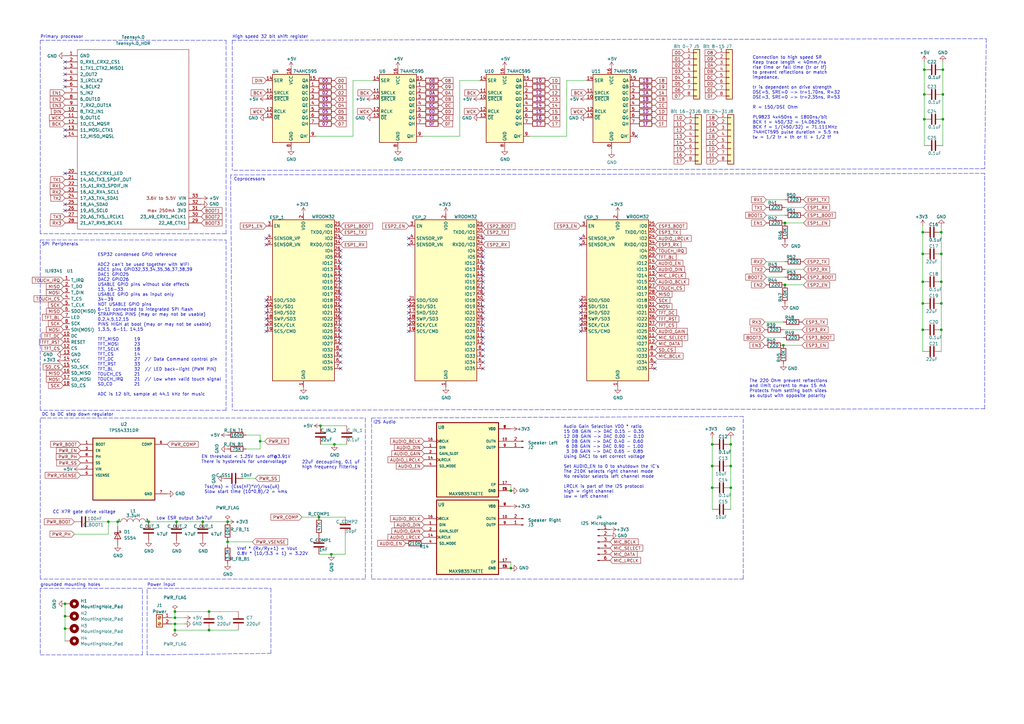
<source format=kicad_sch>
(kicad_sch (version 20211123) (generator eeschema)
  (paper "A3")
  (title_block (title "Mega Cube Board") (date "2022-01-02") (rev "V1.0") (company "Malt Whiskey"))
  (junction (at 299.72 182.245))
  (junction (at 93.345 213.995))
  (junction (at 72.39 213.995))
  (junction (at 48.26 213.995))
  (junction (at 386.715 48.895))
  (junction (at 292.1 200.025))
  (junction (at 292.1 182.245))
  (junction (at 379.095 48.895))
  (junction (at 321.945 91.44))
  (junction (at 71.755 255.905))
  (junction (at 135.89 227.33))
  (junction (at 130.81 212.09))
  (junction (at 379.095 28.575))
  (junction (at 26.67 252.73))
  (junction (at 71.755 250.825))
  (junction (at 93.345 222.25))
  (junction (at 386.08 115.57))
  (junction (at 209.55 233.045))
  (junction (at 378.46 115.57))
  (junction (at 292.1 191.135))
  (junction (at 209.55 201.295))
  (junction (at 71.755 258.445))
  (junction (at 44.45 213.995))
  (junction (at 386.08 104.14))
  (junction (at 321.31 141.605))
  (junction (at 85.725 258.445))
  (junction (at 299.72 200.025))
  (junction (at 386.715 28.575))
  (junction (at 378.46 135.255))
  (junction (at 83.185 213.995))
  (junction (at 386.715 38.735))
  (junction (at 131.445 174.625))
  (junction (at 378.46 104.14))
  (junction (at 378.46 95.25))
  (junction (at 106.68 180.975))
  (junction (at 299.72 191.135))
  (junction (at 321.945 116.84))
  (junction (at 26.67 257.81))
  (junction (at 386.08 95.25))
  (junction (at 85.725 250.825))
  (junction (at 378.46 124.46))
  (junction (at 137.16 182.245))
  (junction (at 379.095 38.735))
  (junction (at 386.08 135.255))
  (junction (at 71.755 253.365))
  (junction (at 26.67 247.65))
  (junction (at 60.96 213.995))
  (junction (at 386.08 124.46))
  (no_connect (at 238.125 100.33))
  (no_connect (at 167.64 130.81))
  (no_connect (at 238.125 133.35))
  (no_connect (at 198.12 148.59))
  (no_connect (at 198.12 113.03))
  (no_connect (at 139.7 133.35))
  (no_connect (at 238.125 97.79))
  (no_connect (at 26.67 86.36))
  (no_connect (at 139.7 113.03))
  (no_connect (at 139.7 110.49))
  (no_connect (at 238.125 130.81))
  (no_connect (at 260.985 55.88))
  (no_connect (at 198.12 151.13))
  (no_connect (at 139.7 105.41))
  (no_connect (at 109.22 133.35))
  (no_connect (at 109.22 128.27))
  (no_connect (at 238.125 135.89))
  (no_connect (at 198.12 97.79))
  (no_connect (at 238.125 125.73))
  (no_connect (at 139.7 148.59))
  (no_connect (at 198.12 115.57))
  (no_connect (at 198.12 118.11))
  (no_connect (at 198.12 120.65))
  (no_connect (at 198.12 128.27))
  (no_connect (at 167.64 133.35))
  (no_connect (at 198.12 102.87))
  (no_connect (at 167.64 135.89))
  (no_connect (at 198.12 135.89))
  (no_connect (at 26.67 55.88))
  (no_connect (at 139.7 123.19))
  (no_connect (at 139.7 146.05))
  (no_connect (at 198.12 107.95))
  (no_connect (at 139.7 151.13))
  (no_connect (at 268.605 148.59))
  (no_connect (at 268.605 151.13))
  (no_connect (at 139.7 140.97))
  (no_connect (at 139.7 135.89))
  (no_connect (at 198.12 110.49))
  (no_connect (at 167.64 97.79))
  (no_connect (at 139.7 97.79))
  (no_connect (at 139.7 120.65))
  (no_connect (at 198.12 138.43))
  (no_connect (at 139.7 128.27))
  (no_connect (at 26.67 27.94))
  (no_connect (at 26.67 25.4))
  (no_connect (at 26.67 33.02))
  (no_connect (at 26.67 35.56))
  (no_connect (at 26.67 53.34))
  (no_connect (at 139.7 125.73))
  (no_connect (at 109.22 100.33))
  (no_connect (at 139.7 102.87))
  (no_connect (at 198.12 143.51))
  (no_connect (at 109.22 125.73))
  (no_connect (at 198.12 125.73))
  (no_connect (at 109.22 130.81))
  (no_connect (at 238.125 128.27))
  (no_connect (at 198.12 123.19))
  (no_connect (at 167.64 123.19))
  (no_connect (at 109.22 97.79))
  (no_connect (at 26.67 30.48))
  (no_connect (at 109.22 135.89))
  (no_connect (at 167.64 100.33))
  (no_connect (at 109.22 123.19))
  (no_connect (at 198.12 105.41))
  (no_connect (at 26.67 83.82))
  (no_connect (at 198.12 130.81))
  (no_connect (at 198.12 140.97))
  (no_connect (at 26.67 71.12))
  (no_connect (at 198.12 146.05))
  (no_connect (at 139.7 143.51))
  (no_connect (at 238.125 123.19))
  (no_connect (at 139.7 138.43))
  (no_connect (at 167.64 128.27))
  (no_connect (at 167.64 125.73))
  (no_connect (at 139.7 115.57))
  (no_connect (at 139.7 130.81))
  (no_connect (at 139.7 118.11))
  (no_connect (at 198.12 133.35))
  (no_connect (at 139.7 107.95))
  (polyline (pts (xy 92.71 168.275) (xy 16.51 168.275)))
  (wire (pts (xy 48.26 213.995) (xy 48.26 215.9)))
  (wire (pts (xy 106.68 178.435) (xy 106.68 180.975)))
  (wire (pts (xy 26.67 257.81) (xy 26.67 252.73)))
  (wire (pts (xy 299.72 179.705) (xy 299.72 182.245)))
  (wire (pts (xy 386.08 115.57) (xy 386.08 124.46)))
  (wire (pts (xy 314.325 113.665) (xy 321.945 113.665)))
  (wire (pts (xy 232.41 55.88) (xy 232.41 33.02)))
  (wire (pts (xy 321.945 116.84) (xy 329.565 116.84)))
  (polyline (pts (xy 111.125 267.97) (xy 60.325 268.605)))
  (wire (pts (xy 379.095 25.4) (xy 379.095 28.575)))
  (wire (pts (xy 386.08 95.25) (xy 386.08 104.14)))
  (wire (pts (xy 131.445 174.625) (xy 142.24 174.625)))
  (polyline (pts (xy 60.325 241.3) (xy 111.125 241.3)))
  (polyline (pts (xy 58.42 241.3) (xy 16.51 241.3)))
  (wire (pts (xy 378.46 144.145) (xy 378.46 135.255)))
  (wire (pts (xy 26.67 252.73) (xy 26.67 247.65)))
  (polyline (pts (xy 403.86 167.64) (xy 95.25 168.275)))
  (wire (pts (xy 106.68 180.975) (xy 106.68 184.15)))
  (wire (pts (xy 123.825 212.09) (xy 130.81 212.09)))
  (polyline (pts (xy 403.86 167.64) (xy 403.86 71.12)))
  (wire (pts (xy 386.715 28.575) (xy 386.715 38.735)))
  (wire (pts (xy 100.965 178.435) (xy 106.68 178.435)))
  (polyline (pts (xy 149.86 171.45) (xy 149.86 237.49)))
  (wire (pts (xy 38.1 213.995) (xy 44.45 213.995)))
  (polyline (pts (xy 152.4 171.45) (xy 152.4 237.49)))
  (polyline (pts (xy 17.145 171.45) (xy 149.86 171.45)))
  (wire (pts (xy 379.095 28.575) (xy 379.095 38.735)))
  (polyline (pts (xy 92.71 98.425) (xy 92.71 168.275)))
  (polyline (pts (xy 16.51 171.45) (xy 17.145 171.45)))
  (polyline (pts (xy 152.4 237.49) (xy 304.8 237.49)))
  (wire (pts (xy 188.595 55.88) (xy 188.595 33.02)))
  (wire (pts (xy 72.39 213.995) (xy 83.185 213.995)))
  (polyline (pts (xy 92.71 16.51) (xy 92.71 95.885)))
  (wire (pts (xy 217.17 55.88) (xy 232.41 55.88)))
  (wire (pts (xy 321.31 135.255) (xy 328.93 135.255)))
  (wire (pts (xy 321.945 91.44) (xy 329.565 91.44)))
  (wire (pts (xy 299.72 200.025) (xy 299.72 208.915)))
  (wire (pts (xy 313.69 132.08) (xy 321.31 132.08)))
  (wire (pts (xy 99.695 196.215) (xy 104.775 196.215)))
  (wire (pts (xy 83.185 213.995) (xy 93.345 213.995)))
  (wire (pts (xy 292.1 191.135) (xy 292.1 182.245)))
  (wire (pts (xy 93.345 222.25) (xy 103.505 222.25)))
  (wire (pts (xy 71.755 255.905) (xy 75.565 255.905)))
  (polyline (pts (xy 16.51 16.51) (xy 92.71 16.51)))
  (polyline (pts (xy 111.125 241.3) (xy 111.125 267.97)))
  (wire (pts (xy 314.325 81.915) (xy 321.945 81.915)))
  (polyline (pts (xy 403.86 69.215) (xy 95.25 69.85)))
  (wire (pts (xy 130.81 212.09) (xy 141.605 212.09)))
  (wire (pts (xy 130.81 227.33) (xy 135.89 227.33)))
  (polyline (pts (xy 94.615 71.755) (xy 95.25 168.275)))
  (polyline (pts (xy 16.51 16.51) (xy 16.51 95.885)))
  (wire (pts (xy 71.755 250.825) (xy 71.755 253.365)))
  (polyline (pts (xy 403.86 71.12) (xy 94.615 71.755)))
  (wire (pts (xy 209.55 198.755) (xy 209.55 201.295)))
  (wire (pts (xy 386.08 124.46) (xy 386.08 135.255)))
  (polyline (pts (xy 95.25 16.51) (xy 404.495 15.875)))
  (wire (pts (xy 93.345 222.25) (xy 93.345 223.52)))
  (wire (pts (xy 378.46 124.46) (xy 378.46 135.255)))
  (wire (pts (xy 292.1 208.915) (xy 292.1 200.025)))
  (wire (pts (xy 292.1 179.705) (xy 292.1 182.245)))
  (wire (pts (xy 44.45 219.075) (xy 44.45 213.995)))
  (wire (pts (xy 129.54 55.88) (xy 144.78 55.88)))
  (wire (pts (xy 60.96 213.995) (xy 72.39 213.995)))
  (wire (pts (xy 292.1 200.025) (xy 292.1 191.135)))
  (wire (pts (xy 386.715 48.895) (xy 386.715 59.69)))
  (wire (pts (xy 85.725 258.445) (xy 97.79 258.445)))
  (polyline (pts (xy 152.4 171.45) (xy 304.8 170.815)))
  (wire (pts (xy 137.16 182.245) (xy 142.24 182.245)))
  (polyline (pts (xy 60.325 268.605) (xy 60.325 241.3)))
  (wire (pts (xy 299.72 200.025) (xy 299.72 191.135)))
  (wire (pts (xy 71.755 258.445) (xy 85.725 258.445)))
  (polyline (pts (xy 95.25 16.51) (xy 95.25 69.85)))
  (wire (pts (xy 379.095 48.895) (xy 379.095 59.69)))
  (wire (pts (xy 30.48 219.075) (xy 44.45 219.075)))
  (wire (pts (xy 106.68 180.975) (xy 108.585 180.975)))
  (wire (pts (xy 144.78 55.88) (xy 144.78 33.02)))
  (wire (pts (xy 313.69 138.43) (xy 321.31 138.43)))
  (wire (pts (xy 250.825 60.96) (xy 250.825 62.23)))
  (polyline (pts (xy 16.51 241.3) (xy 16.51 268.605)))
  (wire (pts (xy 378.46 95.25) (xy 378.46 104.14)))
  (wire (pts (xy 321.31 141.605) (xy 328.93 141.605)))
  (wire (pts (xy 379.095 38.735) (xy 379.095 48.895)))
  (polyline (pts (xy 16.51 168.275) (xy 16.51 98.425)))
  (polyline (pts (xy 16.51 268.605) (xy 58.42 268.605)))
  (wire (pts (xy 378.46 92.71) (xy 378.46 95.25)))
  (wire (pts (xy 378.46 104.14) (xy 378.46 115.57)))
  (wire (pts (xy 141.605 227.33) (xy 141.605 219.71)))
  (polyline (pts (xy 404.495 15.875) (xy 403.86 69.215)))
  (wire (pts (xy 299.72 182.245) (xy 299.72 191.135)))
  (polyline (pts (xy 16.51 237.49) (xy 16.51 171.45)))
  (wire (pts (xy 321.945 85.09) (xy 329.565 85.09)))
  (wire (pts (xy 314.325 107.315) (xy 321.945 107.315)))
  (wire (pts (xy 85.725 250.825) (xy 97.79 250.825)))
  (wire (pts (xy 209.55 230.505) (xy 209.55 233.045)))
  (wire (pts (xy 71.755 253.365) (xy 75.565 253.365)))
  (wire (pts (xy 314.325 88.265) (xy 321.945 88.265)))
  (polyline (pts (xy 304.8 237.49) (xy 304.8 170.815)))
  (wire (pts (xy 70.485 255.905) (xy 71.755 255.905)))
  (polyline (pts (xy 92.71 95.885) (xy 16.51 95.885)))
  (wire (pts (xy 386.08 92.71) (xy 386.08 95.25)))
  (wire (pts (xy 44.45 213.995) (xy 48.26 213.995)))
  (wire (pts (xy 85.725 250.825) (xy 71.755 250.825)))
  (wire (pts (xy 386.715 38.735) (xy 386.715 48.895)))
  (wire (pts (xy 386.08 104.14) (xy 386.08 115.57)))
  (wire (pts (xy 93.345 221.615) (xy 93.345 222.25)))
  (wire (pts (xy 26.67 262.89) (xy 26.67 257.81)))
  (wire (pts (xy 378.46 115.57) (xy 378.46 124.46)))
  (wire (pts (xy 321.945 110.49) (xy 329.565 110.49)))
  (wire (pts (xy 173.355 55.88) (xy 188.595 55.88)))
  (polyline (pts (xy 16.51 98.425) (xy 92.71 98.425)))
  (wire (pts (xy 386.715 25.4) (xy 386.715 28.575)))
  (wire (pts (xy 144.78 33.02) (xy 153.035 33.02)))
  (wire (pts (xy 100.965 184.15) (xy 106.68 184.15)))
  (wire (pts (xy 188.595 33.02) (xy 196.85 33.02)))
  (wire (pts (xy 232.41 33.02) (xy 240.665 33.02)))
  (wire (pts (xy 71.755 255.905) (xy 71.755 258.445)))
  (wire (pts (xy 135.89 227.33) (xy 141.605 227.33)))
  (polyline (pts (xy 58.42 268.605) (xy 58.42 241.3)))
  (wire (pts (xy 131.445 182.245) (xy 137.16 182.245)))
  (wire (pts (xy 70.485 253.365) (xy 71.755 253.365)))
  (polyline (pts (xy 149.86 237.49) (xy 16.51 237.49)))
  (wire (pts (xy 386.08 135.255) (xy 386.08 144.145)))
  (text "CC X7R gate drive voltage" (at 21.59 210.82 0) (effects (font (size 1.27 1.27)) (justify left bottom)))
  (text "SPI Peripherals" (at 17.145 100.965 0) (effects (font (size 1.27 1.27)) (justify left bottom)))
  (text "22uF decoupling, 0.1 uF\nhigh frequency filtering" (at 123.825 192.405 0) (effects (font (size 1.27 1.27)) (justify left bottom)))
  (text "ESP32 condensed GPIO reference\n\nADC2 can't be used together with WIFI\nADC1 pins GPIO32,33,34,35,36,37,38,39\nDAC1 GPIO25\nDAC2 GPIO26 \nUSABLE GPIO pins without side effects\n13, 16-33\nUSABLE GPIO pins as input only\n34-39\nNOT USABLE GPIO pins\n6-11 connected to integrated SPI flash\nSTRAPPING PINS (may or may not be usable)\n0,2,4,5,12,15\nPINS HIGH at boot (may or may not be usable)\n1,3,5, 6-11, 14,15\n\nTFT_MISO	19\nTFT_MOSI	23\nTFT_SCLK	18\nTFT_CS		14\nTFT_DC		27  // Data Command control pin\nTFT_RST		33\nTFT_BL		32  // LED back-light (PWM PIN)\nTOUCH_CS	21\nTOUCH_IRQ	21  // Low when valid touch signal\nSD_CD		21\n\nADC is 12 bit, sample at 44.1 kHz for music" (at 40.005 162.56 0) (effects (font (size 1.27 1.27)) (justify left bottom)))
  (text "Vref * (Rx/Ry+1) = Vout\n0.8V * (10/3.3 + 1) = 3.22V" (at 97.155 227.965 0) (effects (font (size 1.27 1.27)) (justify left bottom)))
  (text "High speed 32 bit shift register" (at 95.25 15.875 0) (effects (font (size 1.27 1.27)) (justify left bottom)))
  (text "Power input" (at 60.325 240.665 0) (effects (font (size 1.27 1.27)) (justify left bottom)))
  (text "DC to DC step down regulator" (at 17.145 170.815 0) (effects (font (size 1.27 1.27)) (justify left bottom)))
  (text "Connection to high speed SR\nKeep trace length < 40mm/ns\nrise time or fall time (tr or tf)\nto prevent reflections or match\nimpedance.\n\ntr is dependent on drive strength\nDSE=5, SRE=0 -> tr=1.70ns, R=32\nDSE=3, SRE=0 -> tr=2.35ns, R=53\n\nR = 150/DSE Ohm\n\nPL9823 4x450ns = 1800ns/bit\nBCK t = 450/32 = 14.0625ns\nBCK f = 1/(450/32) = 71.111MHz\n74AHCT595 pulse duration > 5.5 ns\ntw = 1/2 tr + th or tl + 1/2 tf" (at 308.61 57.15 0) (effects (font (size 1.27 1.27)) (justify left bottom)))
  (text "The 220 Ohm prevent reflections\nand limit current to max 15 mA\nProtects from setting both sides\nas output with opposite polarity" (at 307.34 163.195 0) (effects (font (size 1.27 1.27)) (justify left bottom)))
  (text "grounded mounting holes" (at 16.51 240.665 0) (effects (font (size 1.27 1.27)) (justify left bottom)))
  (text "Tss(ms) = (Css(nF)*Vr)/Iss(uA)\nSlow start time (10*0,8)/2 = 4ms" (at 83.82 202.565 0) (effects (font (size 1.27 1.27)) (justify left bottom)))
  (text "EN threshold < 1.25V turn off@3.91V\nThere is hysteresis for undervoltage\n\n\n" (at 82.55 194.31 0) (effects (font (size 1.27 1.27)) (justify left bottom)))
  (text "Audio Gain Selection VDD * ratio\n15 DB GAIN -> DAC 0.15 - 0.35\n12 DB GAIN -> DAC 0.00 - 0.10\n 9 DB GAIN -> DAC 0.40 - 0.60\n 6 DB GAIN -> DAC 0.90 - 1.00\n 3 DB GAIN -> DAC 0.65 - 0.85\nUsing DAC1 to set correct voltage\n\nSet AUDIO_EN to 0 to shutdown the IC's\nThe 210K selects right channel mode\nNo resistor selects left channel mode\n\nLRCLK is part of the I2S protocol\nhigh = right channel\nlow = left channel" (at 231.14 204.47 0) (effects (font (size 1.27 1.27)) (justify left bottom)))
  (text "Primary processor" (at 16.51 15.875 0) (effects (font (size 1.27 1.27)) (justify left bottom)))
  (text "Low ESR output 3x47uF\n" (at 64.135 213.36 0) (effects (font (size 1.27 1.27)) (justify left bottom)))
  (text "Coprocessors" (at 95.885 74.295 0) (effects (font (size 1.27 1.27)) (justify left bottom)))
  (text "I2S Audio" (at 153.035 173.99 0) (effects (font (size 1.27 1.27)) (justify left bottom)))
  (global_label "1B" (shape input) (at 294.64 55.88 180) (property "Intersheet References" "${INTERSHEET_REFS}" (effects hide)))
  (global_label "ESP3_EN" (shape input) (at 328.93 141.605 0) (property "Intersheet References" "${INTERSHEET_REFS}" (effects hide)))
  (global_label "ESP1_BOOT" (shape input) (at 329.565 88.265 0) (property "Intersheet References" "${INTERSHEET_REFS}" (effects hide)))
  (global_label "0A" (shape input) (at 294.005 26.67 180) (property "Intersheet References" "${INTERSHEET_REFS}" (effects hide)))
  (global_label "MIC_SELECT" (shape input) (at 268.605 138.43 0) (property "Intersheet References" "${INTERSHEET_REFS}" (effects hide)))
  (global_label "SCK" (shape input) (at 26.035 125.095 180) (property "Intersheet References" "${INTERSHEET_REFS}" (effects hide)))
  (global_label "ESP2_BOOT" (shape input) (at 329.565 113.665 0) (property "Intersheet References" "${INTERSHEET_REFS}" (effects hide)))
  (global_label "TOUCH_CS" (shape input) (at 268.605 118.11 0) (property "Intersheet References" "${INTERSHEET_REFS}" (effects hide)))
  (global_label "12" (shape input) (at 224.79 38.1 0) (property "Intersheet References" "${INTERSHEET_REFS}" (effects hide)))
  (global_label "ESP3_TX" (shape input) (at 328.93 132.08 0) (property "Intersheet References" "${INTERSHEET_REFS}" (effects hide)))
  (global_label "13" (shape input) (at 281.305 55.88 180) (property "Intersheet References" "${INTERSHEET_REFS}" (effects hide)))
  (global_label "AUDIO_BCLK" (shape input) (at 173.99 212.725 180) (property "Intersheet References" "${INTERSHEET_REFS}" (effects hide)))
  (global_label "10" (shape input) (at 224.79 33.02 0) (property "Intersheet References" "${INTERSHEET_REFS}" (effects hide)))
  (global_label "BOOT1" (shape input) (at 314.325 88.265 180) (property "Intersheet References" "${INTERSHEET_REFS}" (effects hide)))
  (global_label "0F" (shape input) (at 294.005 39.37 180) (property "Intersheet References" "${INTERSHEET_REFS}" (effects hide)))
  (global_label "EN3" (shape input) (at 26.67 43.18 180) (property "Intersheet References" "${INTERSHEET_REFS}" (effects hide)))
  (global_label "AUDIO_LRCLK" (shape input) (at 173.99 220.345 180) (property "Intersheet References" "${INTERSHEET_REFS}" (effects hide)))
  (global_label "WCK" (shape input) (at 196.85 45.72 180) (property "Intersheet References" "${INTERSHEET_REFS}" (effects hide)))
  (global_label "BCK" (shape input) (at 153.035 38.1 180) (property "Intersheet References" "${INTERSHEET_REFS}" (effects hide)))
  (global_label "AUDIO_LRCLK" (shape input) (at 173.99 188.595 180) (property "Intersheet References" "${INTERSHEET_REFS}" (effects hide)))
  (global_label "1E" (shape input) (at 268.605 48.26 0) (property "Intersheet References" "${INTERSHEET_REFS}" (effects hide)))
  (global_label "0B" (shape input) (at 180.975 40.64 0) (property "Intersheet References" "${INTERSHEET_REFS}" (effects hide)))
  (global_label "PWR_BOOT" (shape input) (at 33.02 182.245 180) (property "Intersheet References" "${INTERSHEET_REFS}" (effects hide)))
  (global_label "MISO" (shape input) (at 26.035 127.635 180) (property "Intersheet References" "${INTERSHEET_REFS}" (effects hide)))
  (global_label "ESP2_RX" (shape input) (at 329.565 110.49 0) (property "Intersheet References" "${INTERSHEET_REFS}" (effects hide)))
  (global_label "MISO" (shape input) (at 26.035 153.035 180) (property "Intersheet References" "${INTERSHEET_REFS}" (effects hide)))
  (global_label "RX2" (shape input) (at 26.67 78.74 180) (property "Intersheet References" "${INTERSHEET_REFS}" (effects hide)))
  (global_label "AUDIO_DIN" (shape input) (at 173.99 215.265 180) (property "Intersheet References" "${INTERSHEET_REFS}" (effects hide)))
  (global_label "17" (shape input) (at 281.305 66.04 180) (property "Intersheet References" "${INTERSHEET_REFS}" (effects hide)))
  (global_label "00" (shape input) (at 137.16 33.02 0) (property "Intersheet References" "${INTERSHEET_REFS}" (effects hide)))
  (global_label "1A" (shape input) (at 294.64 53.34 180) (property "Intersheet References" "${INTERSHEET_REFS}" (effects hide)))
  (global_label "BCK" (shape input) (at 196.85 38.1 180) (property "Intersheet References" "${INTERSHEET_REFS}" (effects hide)))
  (global_label "RX1" (shape input) (at 314.325 81.915 180) (property "Intersheet References" "${INTERSHEET_REFS}" (effects hide)))
  (global_label "0D" (shape input) (at 294.005 34.29 180) (property "Intersheet References" "${INTERSHEET_REFS}" (effects hide)))
  (global_label "SCK" (shape input) (at 268.605 123.19 0) (property "Intersheet References" "${INTERSHEET_REFS}" (effects hide)))
  (global_label "RX2" (shape input) (at 314.325 107.315 180) (property "Intersheet References" "${INTERSHEET_REFS}" (effects hide)))
  (global_label "PWR_EN" (shape input) (at 108.585 180.975 0) (property "Intersheet References" "${INTERSHEET_REFS}" (effects hide)))
  (global_label "AUDIO_GAIN" (shape input) (at 173.99 186.055 180) (property "Intersheet References" "${INTERSHEET_REFS}" (effects hide)))
  (global_label "PWR_EN" (shape input) (at 33.02 184.785 180) (property "Intersheet References" "${INTERSHEET_REFS}" (effects hide)))
  (global_label "TOUCH_CS" (shape input) (at 26.035 122.555 180) (property "Intersheet References" "${INTERSHEET_REFS}" (effects hide)))
  (global_label "TFT_BL" (shape input) (at 26.035 130.175 180) (property "Intersheet References" "${INTERSHEET_REFS}" (effects hide)))
  (global_label "06" (shape input) (at 137.16 48.26 0) (property "Intersheet References" "${INTERSHEET_REFS}" (effects hide)))
  (global_label "PWR_BOOT" (shape input) (at 30.48 213.995 180) (property "Intersheet References" "${INTERSHEET_REFS}" (effects hide)))
  (global_label "EN1" (shape input) (at 314.325 91.44 180) (property "Intersheet References" "${INTERSHEET_REFS}" (effects hide)))
  (global_label "1C" (shape input) (at 294.64 58.42 180) (property "Intersheet References" "${INTERSHEET_REFS}" (effects hide)))
  (global_label "AUDIO_LRCLK" (shape input) (at 268.605 97.79 0) (property "Intersheet References" "${INTERSHEET_REFS}" (effects hide)))
  (global_label "BOOT2" (shape input) (at 314.325 113.665 180) (property "Intersheet References" "${INTERSHEET_REFS}" (effects hide)))
  (global_label "SD_CS" (shape input) (at 26.035 150.495 180) (property "Intersheet References" "${INTERSHEET_REFS}" (effects hide)))
  (global_label "1E" (shape input) (at 294.64 63.5 180) (property "Intersheet References" "${INTERSHEET_REFS}" (effects hide)))
  (global_label "TFT_BL" (shape input) (at 268.605 105.41 0) (property "Intersheet References" "${INTERSHEET_REFS}" (effects hide)))
  (global_label "WCK" (shape input) (at 109.22 45.72 180) (property "Intersheet References" "${INTERSHEET_REFS}" (effects hide)))
  (global_label "0C" (shape input) (at 180.975 43.18 0) (property "Intersheet References" "${INTERSHEET_REFS}" (effects hide)))
  (global_label "AUDIO_DIN" (shape input) (at 173.99 183.515 180) (property "Intersheet References" "${INTERSHEET_REFS}" (effects hide)))
  (global_label "WCK" (shape input) (at 240.665 45.72 180) (property "Intersheet References" "${INTERSHEET_REFS}" (effects hide)))
  (global_label "1D" (shape input) (at 294.64 60.96 180) (property "Intersheet References" "${INTERSHEET_REFS}" (effects hide)))
  (global_label "16" (shape input) (at 224.79 48.26 0) (property "Intersheet References" "${INTERSHEET_REFS}" (effects hide)))
  (global_label "AUDIO_EN" (shape input) (at 166.37 222.885 180) (property "Intersheet References" "${INTERSHEET_REFS}" (effects hide)))
  (global_label "ESP1_EN" (shape input) (at 329.565 91.44 0) (property "Intersheet References" "${INTERSHEET_REFS}" (effects hide)))
  (global_label "TOUCH_IRQ" (shape input) (at 268.605 102.87 0) (property "Intersheet References" "${INTERSHEET_REFS}" (effects hide)))
  (global_label "05" (shape input) (at 137.16 45.72 0) (property "Intersheet References" "${INTERSHEET_REFS}" (effects hide)))
  (global_label "RX3" (shape input) (at 313.69 132.08 180) (property "Intersheet References" "${INTERSHEET_REFS}" (effects hide)))
  (global_label "DIN" (shape input) (at 109.22 33.02 180) (property "Intersheet References" "${INTERSHEET_REFS}" (effects hide)))
  (global_label "EN2" (shape input) (at 314.325 116.84 180) (property "Intersheet References" "${INTERSHEET_REFS}" (effects hide)))
  (global_label "RX1" (shape input) (at 26.67 76.2 180) (property "Intersheet References" "${INTERSHEET_REFS}" (effects hide)))
  (global_label "18" (shape input) (at 268.605 33.02 0) (property "Intersheet References" "${INTERSHEET_REFS}" (effects hide)))
  (global_label "TFT_DC" (shape input) (at 26.035 137.795 180) (property "Intersheet References" "${INTERSHEET_REFS}" (effects hide)))
  (global_label "TFT_CS" (shape input) (at 26.035 142.875 180) (property "Intersheet References" "${INTERSHEET_REFS}" (effects hide)))
  (global_label "01" (shape input) (at 137.16 35.56 0) (property "Intersheet References" "${INTERSHEET_REFS}" (effects hide)))
  (global_label "MOSI" (shape input) (at 268.605 125.73 0) (property "Intersheet References" "${INTERSHEET_REFS}" (effects hide)))
  (global_label "MIC_BCLK" (shape input) (at 250.19 222.25 0) (property "Intersheet References" "${INTERSHEET_REFS}" (effects hide)))
  (global_label "PWR_SS" (shape input) (at 33.02 189.865 180) (property "Intersheet References" "${INTERSHEET_REFS}" (effects hide)))
  (global_label "09" (shape input) (at 180.975 35.56 0) (property "Intersheet References" "${INTERSHEET_REFS}" (effects hide)))
  (global_label "ESP2_BOOT" (shape input) (at 198.12 92.71 0) (property "Intersheet References" "${INTERSHEET_REFS}" (effects hide)))
  (global_label "ESP1_BOOT" (shape input) (at 139.7 92.71 0) (property "Intersheet References" "${INTERSHEET_REFS}" (effects hide)))
  (global_label "1B" (shape input) (at 268.605 40.64 0) (property "Intersheet References" "${INTERSHEET_REFS}" (effects hide)))
  (global_label "TFT_CS" (shape input) (at 268.605 133.35 0) (property "Intersheet References" "${INTERSHEET_REFS}" (effects hide)))
  (global_label "11" (shape input) (at 281.305 50.8 180) (property "Intersheet References" "${INTERSHEET_REFS}" (effects hide)))
  (global_label "ESP1_TX" (shape input) (at 139.7 95.25 0) (property "Intersheet References" "${INTERSHEET_REFS}" (effects hide)))
  (global_label "0A" (shape input) (at 180.975 38.1 0) (property "Intersheet References" "${INTERSHEET_REFS}" (effects hide)))
  (global_label "PWR_SS" (shape input) (at 104.775 196.215 0) (property "Intersheet References" "${INTERSHEET_REFS}" (effects hide)))
  (global_label "09" (shape input) (at 294.005 24.13 180) (property "Intersheet References" "${INTERSHEET_REFS}" (effects hide)))
  (global_label "EN1" (shape input) (at 26.67 38.1 180) (property "Intersheet References" "${INTERSHEET_REFS}" (effects hide)))
  (global_label "WCK" (shape input) (at 26.67 48.26 180) (property "Intersheet References" "${INTERSHEET_REFS}" (effects hide)))
  (global_label "AUDIO_EN" (shape input) (at 268.605 107.95 0) (property "Intersheet References" "${INTERSHEET_REFS}" (effects hide)))
  (global_label "MISO" (shape input) (at 26.035 117.475 180) (property "Intersheet References" "${INTERSHEET_REFS}" (effects hide)))
  (global_label "WCK" (shape input) (at 153.035 45.72 180) (property "Intersheet References" "${INTERSHEET_REFS}" (effects hide)))
  (global_label "ESP3_BOOT" (shape input) (at 268.605 92.71 0) (property "Intersheet References" "${INTERSHEET_REFS}" (effects hide)))
  (global_label "MIC_BCLK" (shape input) (at 268.605 146.05 0) (property "Intersheet References" "${INTERSHEET_REFS}" (effects hide)))
  (global_label "00" (shape input) (at 280.67 21.59 180) (property "Intersheet References" "${INTERSHEET_REFS}" (effects hide)))
  (global_label "PWR_VSENSE" (shape input) (at 103.505 222.25 0) (property "Intersheet References" "${INTERSHEET_REFS}" (effects hide)))
  (global_label "TX2" (shape input) (at 314.325 110.49 180) (property "Intersheet References" "${INTERSHEET_REFS}" (effects hide)))
  (global_label "TX3" (shape input) (at 26.67 88.9 180) (property "Intersheet References" "${INTERSHEET_REFS}" (effects hide)))
  (global_label "1F" (shape input) (at 294.64 66.04 180) (property "Intersheet References" "${INTERSHEET_REFS}" (effects hide)))
  (global_label "TX3" (shape input) (at 313.69 135.255 180) (property "Intersheet References" "${INTERSHEET_REFS}" (effects hide)))
  (global_label "TX1" (shape input) (at 26.67 73.66 180) (property "Intersheet References" "${INTERSHEET_REFS}" (effects hide)))
  (global_label "ESP3_RX" (shape input) (at 328.93 135.255 0) (property "Intersheet References" "${INTERSHEET_REFS}" (effects hide)))
  (global_label "BOOT1" (shape input) (at 82.55 86.36 0) (property "Intersheet References" "${INTERSHEET_REFS}" (effects hide)))
  (global_label "ESP2_EN" (shape input) (at 329.565 116.84 0) (property "Intersheet References" "${INTERSHEET_REFS}" (effects hide)))
  (global_label "BCK" (shape input) (at 26.67 50.8 180) (property "Intersheet References" "${INTERSHEET_REFS}" (effects hide)))
  (global_label "BOOT3" (shape input) (at 313.69 138.43 180) (property "Intersheet References" "${INTERSHEET_REFS}" (effects hide)))
  (global_label "SCK" (shape input) (at 26.035 158.115 180) (property "Intersheet References" "${INTERSHEET_REFS}" (effects hide)))
  (global_label "0B" (shape input) (at 294.005 29.21 180) (property "Intersheet References" "${INTERSHEET_REFS}" (effects hide)))
  (global_label "MOSI" (shape input) (at 26.035 135.255 180) (property "Intersheet References" "${INTERSHEET_REFS}" (effects hide)))
  (global_label "TFT_RST" (shape input) (at 26.035 140.335 180) (property "Intersheet References" "${INTERSHEET_REFS}" (effects hide)))
  (global_label "ESP1_EN" (shape input) (at 109.22 92.71 180) (property "Intersheet References" "${INTERSHEET_REFS}" (effects hide)))
  (global_label "EN2" (shape input) (at 26.67 40.64 180) (property "Intersheet References" "${INTERSHEET_REFS}" (effects hide)))
  (global_label "PWR_PH" (shape input) (at 30.48 219.075 180) (property "Intersheet References" "${INTERSHEET_REFS}" (effects hide)))
  (global_label "DIN" (shape input) (at 26.67 45.72 180) (property "Intersheet References" "${INTERSHEET_REFS}" (effects hide)))
  (global_label "BCK" (shape input) (at 109.22 38.1 180) (property "Intersheet References" "${INTERSHEET_REFS}" (effects hide)))
  (global_label "14" (shape input) (at 224.79 43.18 0) (property "Intersheet References" "${INTERSHEET_REFS}" (effects hide)))
  (global_label "19" (shape input) (at 294.64 50.8 180) (property "Intersheet References" "${INTERSHEET_REFS}" (effects hide)))
  (global_label "ESP2_TX" (shape input) (at 329.565 107.315 0) (property "Intersheet References" "${INTERSHEET_REFS}" (effects hide)))
  (global_label "TFT_DC" (shape input) (at 268.605 128.27 0) (property "Intersheet References" "${INTERSHEET_REFS}" (effects hide)))
  (global_label "05" (shape input) (at 280.67 34.29 180) (property "Intersheet References" "${INTERSHEET_REFS}" (effects hide)))
  (global_label "MIC_DATA" (shape input) (at 268.605 140.97 0) (property "Intersheet References" "${INTERSHEET_REFS}" (effects hide)))
  (global_label "ESP1_RX" (shape input) (at 139.7 100.33 0) (property "Intersheet References" "${INTERSHEET_REFS}" (effects hide)))
  (global_label "ESP2_TX" (shape input) (at 198.12 95.25 0) (property "Intersheet References" "${INTERSHEET_REFS}" (effects hide)))
  (global_label "MIC_LRCLK" (shape input) (at 250.19 229.87 0) (property "Intersheet References" "${INTERSHEET_REFS}" (effects hide)))
  (global_label "15" (shape input) (at 224.79 45.72 0) (property "Intersheet References" "${INTERSHEET_REFS}" (effects hide)))
  (global_label "14" (shape input) (at 281.305 58.42 180) (property "Intersheet References" "${INTERSHEET_REFS}" (effects hide)))
  (global_label "SCK" (shape input) (at 26.035 132.715 180) (property "Intersheet References" "${INTERSHEET_REFS}" (effects hide)))
  (global_label "AUDIO_BCLK" (shape input) (at 173.99 180.975 180) (property "Intersheet References" "${INTERSHEET_REFS}" (effects hide)))
  (global_label "07" (shape input) (at 137.16 50.8 0) (property "Intersheet References" "${INTERSHEET_REFS}" (effects hide)))
  (global_label "13" (shape input) (at 224.79 40.64 0) (property "Intersheet References" "${INTERSHEET_REFS}" (effects hide)))
  (global_label "TFT_RST" (shape input) (at 268.605 130.81 0) (property "Intersheet References" "${INTERSHEET_REFS}" (effects hide)))
  (global_label "ESP3_BOOT" (shape input) (at 328.93 138.43 0) (property "Intersheet References" "${INTERSHEET_REFS}" (effects hide)))
  (global_label "16" (shape input) (at 281.305 63.5 180) (property "Intersheet References" "${INTERSHEET_REFS}" (effects hide)))
  (global_label "08" (shape input) (at 180.975 33.02 0) (property "Intersheet References" "${INTERSHEET_REFS}" (effects hide)))
  (global_label "06" (shape input) (at 280.67 36.83 180) (property "Intersheet References" "${INTERSHEET_REFS}" (effects hide)))
  (global_label "EN3" (shape input) (at 313.69 141.605 180) (property "Intersheet References" "${INTERSHEET_REFS}" (effects hide)))
  (global_label "04" (shape input) (at 137.16 43.18 0) (property "Intersheet References" "${INTERSHEET_REFS}" (effects hide)))
  (global_label "RX3" (shape input) (at 26.67 91.44 180) (property "Intersheet References" "${INTERSHEET_REFS}" (effects hide)))
  (global_label "01" (shape input) (at 280.67 24.13 180) (property "Intersheet References" "${INTERSHEET_REFS}" (effects hide)))
  (global_label "ESP1_TX" (shape input) (at 329.565 81.915 0) (property "Intersheet References" "${INTERSHEET_REFS}" (effects hide)))
  (global_label "MIC_DATA" (shape input) (at 250.19 227.33 0) (property "Intersheet References" "${INTERSHEET_REFS}" (effects hide)))
  (global_label "1A" (shape input) (at 268.605 38.1 0) (property "Intersheet References" "${INTERSHEET_REFS}" (effects hide)))
  (global_label "0F" (shape input) (at 180.975 50.8 0) (property "Intersheet References" "${INTERSHEET_REFS}" (effects hide)))
  (global_label "18" (shape input) (at 294.64 48.26 180) (property "Intersheet References" "${INTERSHEET_REFS}" (effects hide)))
  (global_label "1D" (shape input) (at 268.605 45.72 0) (property "Intersheet References" "${INTERSHEET_REFS}" (effects hide)))
  (global_label "07" (shape input) (at 280.67 39.37 180) (property "Intersheet References" "${INTERSHEET_REFS}" (effects hide)))
  (global_label "0E" (shape input) (at 294.005 36.83 180) (property "Intersheet References" "${INTERSHEET_REFS}" (effects hide)))
  (global_label "0C" (shape input) (at 294.005 31.75 180) (property "Intersheet References" "${INTERSHEET_REFS}" (effects hide)))
  (global_label "02" (shape input) (at 280.67 26.67 180) (property "Intersheet References" "${INTERSHEET_REFS}" (effects hide)))
  (global_label "1C" (shape input) (at 268.605 43.18 0) (property "Intersheet References" "${INTERSHEET_REFS}" (effects hide)))
  (global_label "MIC_LRCLK" (shape input) (at 268.605 113.03 0) (property "Intersheet References" "${INTERSHEET_REFS}" (effects hide)))
  (global_label "03" (shape input) (at 280.67 29.21 180) (property "Intersheet References" "${INTERSHEET_REFS}" (effects hide)))
  (global_label "AUDIO_BCLK" (shape input) (at 268.605 115.57 0) (property "Intersheet References" "${INTERSHEET_REFS}" (effects hide)))
  (global_label "1F" (shape input) (at 268.605 50.8 0) (property "Intersheet References" "${INTERSHEET_REFS}" (effects hide)))
  (global_label "PWR_VSENSE" (shape input) (at 33.02 194.945 180) (property "Intersheet References" "${INTERSHEET_REFS}" (effects hide)))
  (global_label "BOOT2" (shape input) (at 82.55 88.9 0) (property "Intersheet References" "${INTERSHEET_REFS}" (effects hide)))
  (global_label "AUDIO_EN" (shape input) (at 173.99 191.135 180) (property "Intersheet References" "${INTERSHEET_REFS}" (effects hide)))
  (global_label "0D" (shape input) (at 180.975 45.72 0) (property "Intersheet References" "${INTERSHEET_REFS}" (effects hide)))
  (global_label "12" (shape input) (at 281.305 53.34 180) (property "Intersheet References" "${INTERSHEET_REFS}" (effects hide)))
  (global_label "10" (shape input) (at 281.305 48.26 180) (property "Intersheet References" "${INTERSHEET_REFS}" (effects hide)))
  (global_label "PWR_PH" (shape input) (at 33.02 187.325 180) (property "Intersheet References" "${INTERSHEET_REFS}" (effects hide)))
  (global_label "02" (shape input) (at 137.16 38.1 0) (property "Intersheet References" "${INTERSHEET_REFS}" (effects hide)))
  (global_label "PWR_COMP" (shape input) (at 68.58 182.245 0) (property "Intersheet References" "${INTERSHEET_REFS}" (effects hide)))
  (global_label "SD_CS" (shape input) (at 268.605 143.51 0) (property "Intersheet References" "${INTERSHEET_REFS}" (effects hide)))
  (global_label "BCK" (shape input) (at 240.665 38.1 180) (property "Intersheet References" "${INTERSHEET_REFS}" (effects hide)))
  (global_label "ESP3_TX" (shape input) (at 268.605 95.25 0) (property "Intersheet References" "${INTERSHEET_REFS}" (effects hide)))
  (global_label "ESP3_RX" (shape input) (at 268.605 100.33 0) (property "Intersheet References" "${INTERSHEET_REFS}" (effects hide)))
  (global_label "0E" (shape input) (at 180.975 48.26 0) (property "Intersheet References" "${INTERSHEET_REFS}" (effects hide)))
  (global_label "ESP1_RX" (shape input) (at 329.565 85.09 0) (property "Intersheet References" "${INTERSHEET_REFS}" (effects hide)))
  (global_label "03" (shape input) (at 137.16 40.64 0) (property "Intersheet References" "${INTERSHEET_REFS}" (effects hide)))
  (global_label "TX2" (shape input) (at 26.67 81.28 180) (property "Intersheet References" "${INTERSHEET_REFS}" (effects hide)))
  (global_label "MOSI" (shape input) (at 26.035 120.015 180) (property "Intersheet References" "${INTERSHEET_REFS}" (effects hide)))
  (global_label "ESP3_EN" (shape input) (at 238.125 92.71 180) (property "Intersheet References" "${INTERSHEET_REFS}" (effects hide)))
  (global_label "11" (shape input) (at 224.79 35.56 0) (property "Intersheet References" "${INTERSHEET_REFS}" (effects hide)))
  (global_label "MIC_SELECT" (shape input) (at 250.19 224.79 0) (property "Intersheet References" "${INTERSHEET_REFS}" (effects hide)))
  (global_label "AUDIO_GAIN" (shape input) (at 173.99 217.805 180) (property "Intersheet References" "${INTERSHEET_REFS}" (effects hide)))
  (global_label "AUDIO_DIN" (shape input) (at 268.605 110.49 0) (property "Intersheet References" "${INTERSHEET_REFS}" (effects hide)))
  (global_label "ESP2_RX" (shape input) (at 198.12 100.33 0) (property "Intersheet References" "${INTERSHEET_REFS}" (effects hide)))
  (global_label "19" (shape input) (at 268.605 35.56 0) (property "Intersheet References" "${INTERSHEET_REFS}" (effects hide)))
  (global_label "PWR_COMP" (shape input) (at 123.825 212.09 180) (property "Intersheet References" "${INTERSHEET_REFS}" (effects hide)))
  (global_label "08" (shape input) (at 294.005 21.59 180) (property "Intersheet References" "${INTERSHEET_REFS}" (effects hide)))
  (global_label "17" (shape input) (at 224.79 50.8 0) (property "Intersheet References" "${INTERSHEET_REFS}" (effects hide)))
  (global_label "AUDIO_GAIN" (shape input) (at 268.605 135.89 0) (property "Intersheet References" "${INTERSHEET_REFS}" (effects hide)))
  (global_label "TOUCH_IRQ" (shape input) (at 26.035 114.935 180) (property "Intersheet References" "${INTERSHEET_REFS}" (effects hide)))
  (global_label "ESP2_EN" (shape input) (at 167.64 92.71 180) (property "Intersheet References" "${INTERSHEET_REFS}" (effects hide)))
  (global_label "BOOT3" (shape input) (at 82.55 91.44 0) (property "Intersheet References" "${INTERSHEET_REFS}" (effects hide)))
  (global_label "04" (shape input) (at 280.67 31.75 180) (property "Intersheet References" "${INTERSHEET_REFS}" (effects hide)))
  (global_label "TX1" (shape input) (at 314.325 85.09 180) (property "Intersheet References" "${INTERSHEET_REFS}" (effects hide)))
  (global_label "15" (shape input) (at 281.305 60.96 180) (property "Intersheet References" "${INTERSHEET_REFS}" (effects hide)))
  (global_label "MISO" (shape input) (at 268.605 120.65 0) (property "Intersheet References" "${INTERSHEET_REFS}" (effects hide)))
  (global_label "MOSI" (shape input) (at 26.035 155.575 180) (property "Intersheet References" "${INTERSHEET_REFS}" (effects hide)))
  (symbol (lib_id "74xx:74AHC595") (at 119.38 43.18 0) (unit 1)
    (property "Reference" "U4" (at 113.03 29.21 0))
    (property "Value" "74AHC595" (at 125.095 29.21 0))
    (property "Footprint" "Package_SO:SOIC-16_3.9x9.9mm_P1.27mm" (effects hide))
    (property "Datasheet" "https://assets.nexperia.com/documents/data-sheet/74AHC_AHCT595.pdf" (effects hide))
    (property "LCSC Part" "C133793" (effects hide))
  )
  (symbol (lib_id "power:GND") (at 109.22 48.26 270) (unit 1)
    (property "Reference" "#PWR021" (effects hide))
    (property "Value" "GND" (at 105.9688 48.387 90) (effects (justify right)))
  )
  (symbol (lib_id "power:GND") (at 119.38 60.96 0) (unit 1)
    (property "Reference" "#PWR023" (effects hide))
    (property "Value" "GND" (at 119.507 65.3542 0))
  )
  (symbol (lib_id "Connector_Generic:Conn_01x08") (at 285.75 29.21 0) (unit 1)
    (property "Reference" "J5" (at 284.48 19.05 0) (effects (justify left)))
    (property "Value" "Bit 0-7" (at 276.225 19.05 0) (effects (justify left)))
    (property "Footprint" "Connector_JST:JST_XH_B8B-XH-A_1x08_P2.50mm_Vertical" (effects hide))
  )
  (symbol (lib_id "74xx:74AHC595") (at 163.195 43.18 0) (unit 1)
    (property "Reference" "U6" (at 156.845 29.21 0))
    (property "Value" "74AHC595" (at 168.91 29.21 0))
    (property "Footprint" "Package_SO:SOIC-16_3.9x9.9mm_P1.27mm" (effects hide))
    (property "Datasheet" "https://assets.nexperia.com/documents/data-sheet/74AHC_AHCT595.pdf" (effects hide))
    (property "LCSC Part" "C133793" (effects hide))
  )
  (symbol (lib_id "power:GND") (at 153.035 48.26 270) (unit 1)
    (property "Reference" "#PWR030" (effects hide))
    (property "Value" "GND" (at 149.7838 48.387 90) (effects (justify right)))
  )
  (symbol (lib_id "power:GND") (at 163.195 60.96 0) (unit 1)
    (property "Reference" "#PWR032" (effects hide))
    (property "Value" "GND" (at 163.322 65.3542 0))
  )
  (symbol (lib_id "Connector_Generic:Conn_01x08") (at 299.085 29.21 0) (unit 1)
    (property "Reference" "J7" (at 297.815 19.05 0) (effects (justify left)))
    (property "Value" "Bit 8-15" (at 288.29 19.05 0) (effects (justify left)))
    (property "Footprint" "Connector_JST:JST_XH_B8B-XH-A_1x08_P2.50mm_Vertical" (effects hide))
  )
  (symbol (lib_id "74xx:74AHC595") (at 207.01 43.18 0) (unit 1)
    (property "Reference" "U10" (at 200.66 29.21 0))
    (property "Value" "74AHC595" (at 212.725 29.21 0))
    (property "Footprint" "Package_SO:SOIC-16_3.9x9.9mm_P1.27mm" (effects hide))
    (property "Datasheet" "https://assets.nexperia.com/documents/data-sheet/74AHC_AHCT595.pdf" (effects hide))
    (property "LCSC Part" "C133793" (effects hide))
  )
  (symbol (lib_id "power:GND") (at 196.85 48.26 270) (unit 1)
    (property "Reference" "#PWR036" (effects hide))
    (property "Value" "GND" (at 193.5988 48.387 90) (effects (justify right)))
  )
  (symbol (lib_id "power:GND") (at 207.01 60.96 0) (unit 1)
    (property "Reference" "#PWR038" (effects hide))
    (property "Value" "GND" (at 207.137 65.3542 0))
  )
  (symbol (lib_id "Connector_Generic:Conn_01x08") (at 286.385 55.88 0) (unit 1)
    (property "Reference" "J6" (at 285.115 45.72 0) (effects (justify left)))
    (property "Value" "Bit 16-23" (at 274.955 45.72 0) (effects (justify left)))
    (property "Footprint" "Connector_JST:JST_XH_B8B-XH-A_1x08_P2.50mm_Vertical" (effects hide))
  )
  (symbol (lib_id "74xx:74AHC595") (at 250.825 43.18 0) (unit 1)
    (property "Reference" "U11" (at 244.475 29.21 0))
    (property "Value" "74AHC595" (at 256.54 29.21 0))
    (property "Footprint" "Package_SO:SOIC-16_3.9x9.9mm_P1.27mm" (effects hide))
    (property "Datasheet" "https://assets.nexperia.com/documents/data-sheet/74AHC_AHCT595.pdf" (effects hide))
    (property "LCSC Part" "C133793" (effects hide))
  )
  (symbol (lib_id "power:GND") (at 240.665 48.26 270) (unit 1)
    (property "Reference" "#PWR044" (effects hide))
    (property "Value" "GND" (at 237.4138 48.387 90) (effects (justify right)))
  )
  (symbol (lib_id "power:GND") (at 250.825 62.23 0) (unit 1)
    (property "Reference" "#PWR048" (effects hide))
    (property "Value" "GND" (at 250.952 66.6242 0))
  )
  (symbol (lib_id "Connector_Generic:Conn_01x08") (at 299.72 55.88 0) (unit 1)
    (property "Reference" "J8" (at 298.45 45.72 0) (effects (justify left)))
    (property "Value" "Bit 24-31" (at 288.29 45.72 0) (effects (justify left)))
    (property "Footprint" "Connector_JST:JST_XH_B8B-XH-A_1x08_P2.50mm_Vertical" (effects hide))
  )
  (symbol (lib_id "Connector:Screw_Terminal_01x02") (at 65.405 253.365 0) (mirror y) (unit 1)
    (property "Reference" "J1" (at 65.405 248.285 0))
    (property "Value" "Power" (at 65.405 250.825 0))
    (property "Footprint" "TerminalBlock:TerminalBlock_bornier-2_P5.08mm" (effects hide))
  )
  (symbol (lib_id "power:GND") (at 75.565 255.905 90) (unit 1)
    (property "Reference" "#PWR011" (effects hide))
    (property "Value" "GND" (at 78.8162 255.778 90) (effects (justify right)))
  )
  (symbol (lib_id "Mechanical:MountingHole_Pad") (at 29.21 247.65 270) (unit 1)
    (property "Reference" "H1" (at 33.02 246.4816 90) (effects (justify left)))
    (property "Value" "MountingHole_Pad" (at 33.02 248.793 90) (effects (justify left)))
    (property "Footprint" "MountingHole:MountingHole_3.2mm_M3_Pad_Via" (effects hide))
  )
  (symbol (lib_id "power:GND") (at 26.67 247.65 270) (unit 1)
    (property "Reference" "#PWR04" (effects hide))
    (property "Value" "GND" (at 22.2758 247.777 0))
  )
  (symbol (lib_id "Mechanical:MountingHole_Pad") (at 29.21 252.73 270) (unit 1)
    (property "Reference" "H2" (at 33.02 251.5616 90) (effects (justify left)))
    (property "Value" "MountingHole_Pad" (at 33.02 253.873 90) (effects (justify left)))
    (property "Footprint" "MountingHole:MountingHole_3.2mm_M3_Pad_Via" (effects hide))
  )
  (symbol (lib_id "Mechanical:MountingHole_Pad") (at 29.21 257.81 270) (unit 1)
    (property "Reference" "H3" (at 33.02 256.6416 90) (effects (justify left)))
    (property "Value" "MountingHole_Pad" (at 33.02 258.953 90) (effects (justify left)))
    (property "Footprint" "MountingHole:MountingHole_3.2mm_M3_Pad_Via" (effects hide))
  )
  (symbol (lib_id "Mechanical:MountingHole_Pad") (at 29.21 262.89 270) (unit 1)
    (property "Reference" "H4" (at 33.02 261.7216 90) (effects (justify left)))
    (property "Value" "MountingHole_Pad" (at 33.02 264.033 90) (effects (justify left)))
    (property "Footprint" "MountingHole:MountingHole_3.2mm_M3_Pad_Via" (effects hide))
  )
  (symbol (lib_id "RF_Module:ESP32-WROOM-32") (at 124.46 123.19 0) (unit 1)
    (property "Reference" "ESP_1" (at 113.538 89.154 0))
    (property "Value" "WROOM32" (at 132.588 88.9 0))
    (property "Footprint" "RF_Module:ESP32-WROOM-32" (effects hide))
    (property "Datasheet" "https://www.espressif.com/sites/default/files/documentation/esp32-wroom-32_datasheet_en.pdf" (effects hide))
    (property "LCSC Part" "C82899" (effects hide))
  )
  (symbol (lib_id "power:GND") (at 124.46 158.75 0) (unit 1)
    (property "Reference" "#PWR025" (effects hide))
    (property "Value" "GND" (at 124.587 163.1442 0))
  )
  (symbol (lib_id "Device:R") (at 264.795 50.8 90) (unit 1)
    (property "Reference" "R38" (effects hide))
    (property "Value" "220" (effects hide))
    (property "Footprint" "Resistor_SMD:R_0402_1005Metric" (effects hide))
    (property "Silk" "1F" (at 264.795 50.8 90))
    (property "LCSC Part" "C25091" (effects hide))
  )
  (symbol (lib_id "Device:R") (at 264.795 40.64 90) (unit 1)
    (property "Reference" "R34" (effects hide))
    (property "Value" "220" (effects hide))
    (property "Footprint" "Resistor_SMD:R_0402_1005Metric" (effects hide))
    (property "Silk" "1B" (at 264.795 40.64 90))
    (property "LCSC Part" "C25091" (effects hide))
  )
  (symbol (lib_id "power:+3.3V") (at 93.345 213.995 270) (unit 1)
    (property "Reference" "#PWR018" (effects hide))
    (property "Value" "+3.3V" (at 96.52 213.995 90) (effects (justify left)))
  )
  (symbol (lib_id "Device:R") (at 133.35 38.1 90) (unit 1)
    (property "Reference" "R8" (effects hide))
    (property "Value" "220" (effects hide))
    (property "Footprint" "Resistor_SMD:R_0402_1005Metric" (effects hide))
    (property "Silk" "02" (at 133.35 38.1 90))
    (property "LCSC Part" "C25091" (effects hide))
  )
  (symbol (lib_id "power:PWR_FLAG") (at 93.345 213.995 0) (unit 1)
    (property "Reference" "#FLG03" (effects hide))
    (property "Value" "PWR_FLAG" (at 93.345 208.28 0))
  )
  (symbol (lib_id "Device:R") (at 177.165 50.8 90) (unit 1)
    (property "Reference" "R22" (effects hide))
    (property "Value" "220" (effects hide))
    (property "Footprint" "Resistor_SMD:R_0402_1005Metric" (effects hide))
    (property "Silk" "0F" (at 177.165 50.8 90))
    (property "LCSC Part" "C25091" (effects hide))
  )
  (symbol (lib_id "Device:R") (at 133.35 45.72 90) (unit 1)
    (property "Reference" "R11" (effects hide))
    (property "Value" "220" (effects hide))
    (property "Footprint" "Resistor_SMD:R_0402_1005Metric" (effects hide))
    (property "Silk" "05" (at 133.35 45.72 90))
    (property "LCSC Part" "C25091" (effects hide))
  )
  (symbol (lib_id "RF_Module:ESP32-WROOM-32") (at 182.88 123.19 0) (unit 1)
    (property "Reference" "ESP_2" (at 171.958 89.154 0))
    (property "Value" "WROOM32" (at 191.008 88.9 0))
    (property "Footprint" "RF_Module:ESP32-WROOM-32" (effects hide))
    (property "Datasheet" "https://www.espressif.com/sites/default/files/documentation/esp32-wroom-32_datasheet_en.pdf" (effects hide))
    (property "LCSC Part" "C82899" (effects hide))
  )
  (symbol (lib_id "Device:C") (at 97.79 254.635 0) (unit 1)
    (property "Reference" "C7" (at 100.965 253.3649 0) (effects (justify left)))
    (property "Value" "220uF" (at 100.965 255.9049 0) (effects (justify left)))
    (property "Footprint" "Capacitor_THT:CP_Radial_D8.0mm_P2.50mm" (effects hide))
  )
  (symbol (lib_id "Device:C") (at 382.905 59.69 90) (unit 1)
    (property "Reference" "C25" (at 384.175 56.515 90) (effects (justify left)))
    (property "Value" "0.1uF" (at 386.08 62.865 90) (effects (justify left)))
    (property "Footprint" "Capacitor_SMD:C_0603_1608Metric" (effects hide))
    (property "LCSC Part" "C14663" (effects hide))
  )
  (symbol (lib_id "Device:R") (at 177.165 40.64 90) (unit 1)
    (property "Reference" "R18" (effects hide))
    (property "Value" "220" (effects hide))
    (property "Footprint" "Resistor_SMD:R_0402_1005Metric" (effects hide))
    (property "Silk" "0B" (at 177.165 40.64 90))
    (property "LCSC Part" "C25091" (effects hide))
  )
  (symbol (lib_id "Device:C") (at 382.905 48.895 90) (unit 1)
    (property "Reference" "C24" (at 384.175 45.72 90) (effects (justify left)))
    (property "Value" "0.1uF" (at 386.08 52.07 90) (effects (justify left)))
    (property "Footprint" "Capacitor_SMD:C_0603_1608Metric" (effects hide))
    (property "LCSC Part" "C14663" (effects hide))
  )
  (symbol (lib_id "power:PWR_FLAG") (at 71.755 250.825 0) (unit 1)
    (property "Reference" "#FLG01" (effects hide))
    (property "Value" "PWR_FLAG" (at 71.755 245.11 0))
  )
  (symbol (lib_id "Connector:Conn_01x02_Male") (at 214.63 215.265 180) (unit 1)
    (property "Reference" "J3" (at 216.535 215.2651 0) (effects (justify right)))
    (property "Value" "Speaker Right" (at 216.535 213.36 0) (effects (justify right)))
    (property "Footprint" "Connector_JST:JST_XH_B2B-XH-A_1x02_P2.50mm_Vertical" (effects hide))
  )
  (symbol (lib_id "Device:R") (at 220.98 48.26 90) (unit 1)
    (property "Reference" "R29" (effects hide))
    (property "Value" "220" (effects hide))
    (property "Footprint" "Resistor_SMD:R_0402_1005Metric" (effects hide))
    (property "Silk" "16" (at 220.98 48.26 90))
    (property "LCSC Part" "C25091" (effects hide))
  )
  (symbol (lib_id "Device:R") (at 133.35 48.26 90) (unit 1)
    (property "Reference" "R12" (effects hide))
    (property "Value" "220" (effects hide))
    (property "Footprint" "Resistor_SMD:R_0402_1005Metric" (effects hide))
    (property "Silk" "06" (at 133.35 48.26 90))
    (property "LCSC Part" "C25091" (effects hide))
  )
  (symbol (lib_id "Device:R") (at 321.945 95.25 180) (unit 1)
    (property "Reference" "R46" (at 320.04 96.52 90))
    (property "Value" "10K" (at 321.945 95.25 90))
    (property "Footprint" "Resistor_SMD:R_0402_1005Metric" (effects hide))
    (property "LCSC Part" "C25744" (effects hide))
  )
  (symbol (lib_id "power:+3.3V") (at 209.55 175.895 270) (unit 1)
    (property "Reference" "#PWR039" (effects hide))
    (property "Value" "+3.3V" (at 212.09 175.895 90) (effects (justify left)))
  )
  (symbol (lib_id "Device:C") (at 382.27 135.255 270) (unit 1)
    (property "Reference" "C20" (at 381 132.08 90) (effects (justify left)))
    (property "Value" "0.1uF" (at 381 138.43 90) (effects (justify left)))
    (property "Footprint" "Capacitor_SMD:C_0603_1608Metric" (effects hide))
    (property "LCSC Part" "C14663" (effects hide))
  )
  (symbol (lib_id "Device:R") (at 177.165 38.1 90) (unit 1)
    (property "Reference" "R17" (effects hide))
    (property "Value" "220" (effects hide))
    (property "Footprint" "Resistor_SMD:R_0402_1005Metric" (effects hide))
    (property "Silk" "0A" (at 177.165 38.1 90))
    (property "LCSC Part" "C25091" (effects hide))
  )
  (symbol (lib_id "power:+5V") (at 153.035 40.64 90) (unit 1)
    (property "Reference" "#PWR029" (effects hide))
    (property "Value" "+5V" (at 149.86 40.64 90) (effects (justify left)))
  )
  (symbol (lib_id "Device:R") (at 318.135 110.49 90) (unit 1)
    (property "Reference" "R43" (at 316.865 108.585 90))
    (property "Value" "220" (at 318.135 110.49 90))
    (property "Footprint" "Resistor_SMD:R_0402_1005Metric" (effects hide))
    (property "LCSC Part" "C25091" (effects hide))
  )
  (symbol (lib_id "Device:C") (at 382.27 115.57 270) (unit 1)
    (property "Reference" "C18" (at 381 112.395 90) (effects (justify left)))
    (property "Value" "0.1uF" (at 381 118.745 90) (effects (justify left)))
    (property "Footprint" "Capacitor_SMD:C_0603_1608Metric" (effects hide))
    (property "LCSC Part" "C14663" (effects hide))
  )
  (symbol (lib_id "Device:C") (at 382.27 144.145 270) (unit 1)
    (property "Reference" "C21" (at 381 140.97 90) (effects (justify left)))
    (property "Value" "22uF" (at 379.73 147.32 90) (effects (justify left)))
    (property "Footprint" "Capacitor_SMD:C_0603_1608Metric" (effects hide))
    (property "LCSC Part" "C59461" (effects hide))
  )
  (symbol (lib_id "Device:R") (at 325.755 88.265 90) (unit 1)
    (property "Reference" "R51" (at 324.485 86.36 90))
    (property "Value" "220" (at 325.755 88.265 90))
    (property "Footprint" "Resistor_SMD:R_0402_1005Metric" (effects hide))
    (property "LCSC Part" "C25091" (effects hide))
  )
  (symbol (lib_id "power:GND") (at 386.08 92.71 180) (unit 1)
    (property "Reference" "#PWR058" (effects hide))
    (property "Value" "GND" (at 386.08 88.9 0))
  )
  (symbol (lib_id "Device:R") (at 133.35 33.02 90) (unit 1)
    (property "Reference" "R6" (effects hide))
    (property "Value" "220" (effects hide))
    (property "Footprint" "Resistor_SMD:R_0402_1005Metric" (effects hide))
    (property "Silk" "00" (at 133.35 33.02 90))
    (property "LCSC Part" "C25091" (effects hide))
  )
  (symbol (lib_id "power:+3.3V") (at 26.035 147.955 90) (unit 1)
    (property "Reference" "#PWR02" (effects hide))
    (property "Value" "+3.3V" (at 22.7838 147.574 90) (effects (justify left)))
  )
  (symbol (lib_id "Device:R") (at 317.5 135.255 90) (unit 1)
    (property "Reference" "R39" (at 316.23 133.35 90))
    (property "Value" "220" (at 317.5 135.255 90))
    (property "Footprint" "Resistor_SMD:R_0402_1005Metric" (effects hide))
    (property "LCSC Part" "C25091" (effects hide))
  )
  (symbol (lib_id "power:GND") (at 321.31 149.225 0) (unit 1)
    (property "Reference" "#PWR053" (effects hide))
    (property "Value" "GND" (at 325.12 151.13 0))
  )
  (symbol (lib_id "power:GND") (at 92.075 196.215 270) (unit 1)
    (property "Reference" "#PWR015" (effects hide))
    (property "Value" "GND" (at 87.6808 196.342 0))
  )
  (symbol (lib_id "power:+5V") (at 131.445 174.625 90) (unit 1)
    (property "Reference" "#PWR026" (effects hide))
    (property "Value" "+5V" (at 128.27 174.625 90) (effects (justify left)))
  )
  (symbol (lib_id "power:GND") (at 386.715 25.4 180) (unit 1)
    (property "Reference" "#PWR059" (effects hide))
    (property "Value" "GND" (at 386.715 21.59 0))
  )
  (symbol (lib_id "power:GND") (at 48.26 223.52 0) (unit 1)
    (property "Reference" "#PWR06" (effects hide))
    (property "Value" "GND" (at 48.387 227.9142 0))
  )
  (symbol (lib_id "power:+5V") (at 163.195 27.94 0) (unit 1)
    (property "Reference" "#PWR031" (effects hide))
    (property "Value" "+5V" (at 161.29 24.13 0) (effects (justify left)))
  )
  (symbol (lib_id "Device:C") (at 60.96 217.805 0) (unit 1)
    (property "Reference" "C_OUT_3" (at 57.15 215.9 0) (effects (justify left)))
    (property "Value" "47uF" (at 64.135 219.0749 0) (effects (justify left)))
    (property "Footprint" "Capacitor_SMD:C_1206_3216Metric" (effects hide))
    (property "LCSC Part" "C96123" (effects hide))
  )
  (symbol (lib_id "power:+5V") (at 82.55 81.28 270) (unit 1)
    (property "Reference" "#PWR012" (effects hide))
    (property "Value" "+5V" (at 85.725 81.28 90) (effects (justify left)))
  )
  (symbol (lib_id "Device:C") (at 85.725 254.635 0) (unit 1)
    (property "Reference" "C5" (at 88.9 253.3649 0) (effects (justify left)))
    (property "Value" "220uF" (at 88.9 255.9049 0) (effects (justify left)))
    (property "Footprint" "Capacitor_THT:CP_Radial_D8.0mm_P2.50mm" (effects hide))
  )
  (symbol (lib_id "Connector:Conn_01x02_Male") (at 214.63 183.515 180) (unit 1)
    (property "Reference" "J2" (at 216.535 183.5151 0) (effects (justify right)))
    (property "Value" "Speaker Left" (at 216.535 181.61 0) (effects (justify right)))
    (property "Footprint" "Connector_JST:JST_XH_B2B-XH-A_1x02_P2.50mm_Vertical" (effects hide))
  )
  (symbol (lib_id "power:GND") (at 137.16 182.245 0) (unit 1)
    (property "Reference" "#PWR028" (effects hide))
    (property "Value" "GND" (at 137.287 186.6392 0))
  )
  (symbol (lib_id "power:+5V") (at 196.85 40.64 90) (unit 1)
    (property "Reference" "#PWR035" (effects hide))
    (property "Value" "+5V" (at 193.675 40.64 90) (effects (justify left)))
  )
  (symbol (lib_id "power:+3.3V") (at 292.1 179.705 0) (unit 1)
    (property "Reference" "#PWR051" (effects hide))
    (property "Value" "+3.3V" (at 288.925 175.895 0) (effects (justify left)))
  )
  (symbol (lib_id "power:+5V") (at 379.095 25.4 0) (unit 1)
    (property "Reference" "#PWR057" (effects hide))
    (property "Value" "+5V" (at 377.19 21.59 0) (effects (justify left)))
  )
  (symbol (lib_id "Device:R") (at 318.135 116.84 90) (unit 1)
    (property "Reference" "R44" (at 316.865 114.935 90))
    (property "Value" "220" (at 318.135 116.84 90))
    (property "Footprint" "Resistor_SMD:R_0402_1005Metric" (effects hide))
    (property "LCSC Part" "C25091" (effects hide))
  )
  (symbol (lib_id "Device:C") (at 83.185 217.805 0) (unit 1)
    (property "Reference" "C_OUT_1" (at 79.375 215.9 0) (effects (justify left)))
    (property "Value" "47uF" (at 86.36 219.0749 0) (effects (justify left)))
    (property "Footprint" "Capacitor_SMD:C_1206_3216Metric" (effects hide))
    (property "LCSC Part" "C96123" (effects hide))
  )
  (symbol (lib_id "Device:R") (at 133.35 50.8 90) (unit 1)
    (property "Reference" "R13" (effects hide))
    (property "Value" "220" (effects hide))
    (property "Footprint" "Resistor_SMD:R_0402_1005Metric" (effects hide))
    (property "Silk" "07" (at 133.35 50.8 90))
    (property "LCSC Part" "C25091" (effects hide))
  )
  (symbol (lib_id "power:GND") (at 83.185 221.615 0) (unit 1)
    (property "Reference" "#PWR014" (effects hide))
    (property "Value" "GND" (at 83.312 226.0092 0))
  )
  (symbol (lib_id "Device:R") (at 220.98 38.1 90) (unit 1)
    (property "Reference" "R25" (effects hide))
    (property "Value" "220" (effects hide))
    (property "Footprint" "Resistor_SMD:R_0402_1005Metric" (effects hide))
    (property "Silk" "12" (at 220.98 38.1 90))
    (property "LCSC Part" "C25091" (effects hide))
  )
  (symbol (lib_id "power:GND") (at 321.945 99.06 0) (unit 1)
    (property "Reference" "#PWR054" (effects hide))
    (property "Value" "GND" (at 326.39 100.965 0))
  )
  (symbol (lib_id "Device:C") (at 295.91 191.135 270) (unit 1)
    (property "Reference" "C13" (at 294.64 187.96 90) (effects (justify left)))
    (property "Value" "10uF" (at 293.37 194.31 90) (effects (justify left)))
    (property "Footprint" "Capacitor_SMD:C_0402_1005Metric" (effects hide))
    (property "LCSC Part" "C15525" (effects hide))
  )
  (symbol (lib_id "Device:R") (at 133.35 43.18 90) (unit 1)
    (property "Reference" "R10" (effects hide))
    (property "Value" "220" (effects hide))
    (property "Footprint" "Resistor_SMD:R_0402_1005Metric" (effects hide))
    (property "Silk" "04" (at 133.35 43.18 90))
    (property "LCSC Part" "C25091" (effects hide))
  )
  (symbol (lib_id "Device:R") (at 170.18 222.885 90) (unit 1)
    (property "Reference" "R14" (at 173.99 224.155 90))
    (property "Value" "210K" (at 170.18 222.885 90))
    (property "Footprint" "Resistor_SMD:R_0402_1005Metric" (effects hide))
    (property "Description" "220K" (effects hide))
    (property "LCSC Part" "C25767" (effects hide))
  )
  (symbol (lib_id "power:GND") (at 68.58 202.565 90) (unit 1)
    (property "Reference" "#PWR08" (effects hide))
    (property "Value" "GND" (at 71.8312 202.438 90) (effects (justify right)))
  )
  (symbol (lib_id "Device:C") (at 382.905 38.735 90) (unit 1)
    (property "Reference" "C23" (at 384.175 35.56 90) (effects (justify left)))
    (property "Value" "0.1uF" (at 386.08 41.91 90) (effects (justify left)))
    (property "Footprint" "Capacitor_SMD:C_0603_1608Metric" (effects hide))
    (property "LCSC Part" "C14663" (effects hide))
  )
  (symbol (lib_id "power:GND") (at 182.88 158.75 0) (unit 1)
    (property "Reference" "#PWR034" (effects hide))
    (property "Value" "GND" (at 183.007 163.1442 0))
  )
  (symbol (lib_id "Device:R") (at 264.795 48.26 90) (unit 1)
    (property "Reference" "R37" (effects hide))
    (property "Value" "220" (effects hide))
    (property "Footprint" "Resistor_SMD:R_0402_1005Metric" (effects hide))
    (property "Silk" "1E" (at 264.795 48.26 90))
    (property "LCSC Part" "C25091" (effects hide))
  )
  (symbol (lib_id "TPS54331DR:TPS54331DR") (at 50.8 192.405 0) (unit 1)
    (property "Reference" "U2" (at 50.8 173.99 0))
    (property "Value" "TPS54331DR" (at 50.8 176.53 0))
    (property "Footprint" "TPS54331DR:SOIC127P599X175-8N" (effects hide))
    (property "LCSC Part" "C9865" (effects hide))
  )
  (symbol (lib_id "power:GND") (at 299.72 179.705 180) (unit 1)
    (property "Reference" "#PWR052" (effects hide))
    (property "Value" "GND" (at 299.72 175.895 0))
  )
  (symbol (lib_id "Device:C") (at 382.27 124.46 270) (unit 1)
    (property "Reference" "C19" (at 381 121.285 90) (effects (justify left)))
    (property "Value" "22uF" (at 379.73 127.635 90) (effects (justify left)))
    (property "Footprint" "Capacitor_SMD:C_0603_1608Metric" (effects hide))
    (property "LCSC Part" "C59461" (effects hide))
  )
  (symbol (lib_id "Device:C") (at 382.905 28.575 90) (unit 1)
    (property "Reference" "C22" (at 384.175 25.4 90) (effects (justify left)))
    (property "Value" "0.1uF" (at 386.08 31.75 90) (effects (justify left)))
    (property "Footprint" "Capacitor_SMD:C_0603_1608Metric" (effects hide))
    (property "LCSC Part" "C14663" (effects hide))
  )
  (symbol (lib_id "Device:R") (at 220.98 43.18 90) (unit 1)
    (property "Reference" "R27" (effects hide))
    (property "Value" "220" (effects hide))
    (property "Footprint" "Resistor_SMD:R_0402_1005Metric" (effects hide))
    (property "Silk" "14" (at 220.98 43.18 90))
    (property "LCSC Part" "C25091" (effects hide))
  )
  (symbol (lib_id "Device:C") (at 34.29 213.995 90) (unit 1)
    (property "Reference" "C_BOOT1" (at 42.545 215.265 90) (effects (justify left)))
    (property "Value" "100nF" (at 41.91 212.725 90) (effects (justify left)))
    (property "Footprint" "Capacitor_SMD:C_0603_1608Metric" (effects hide))
    (property "LCSC Part" "C14663" (effects hide))
  )
  (symbol (lib_id "power:GND") (at 250.19 219.71 90) (unit 1)
    (property "Reference" "#PWR046" (effects hide))
    (property "Value" "GND" (at 255.27 219.71 90))
  )
  (symbol (lib_id "Diode:B340") (at 48.26 219.71 270) (unit 1)
    (property "Reference" "D1" (at 50.8 218.1224 90) (effects (justify left)))
    (property "Value" "SS54" (at 50.8 220.6624 90) (effects (justify left)))
    (property "Footprint" "Diode_SMD:D_SMA" (effects hide))
    (property "Datasheet" "http://www.jameco.com/Jameco/Products/ProdDS/1538777.pdf" (effects hide))
    (property "LCSC Part" "C22452" (effects hide))
  )
  (symbol (lib_id "Device:R") (at 318.135 91.44 90) (unit 1)
    (property "Reference" "R42" (at 316.865 89.535 90))
    (property "Value" "220" (at 318.135 91.44 90))
    (property "Footprint" "Resistor_SMD:R_0402_1005Metric" (effects hide))
    (property "LCSC Part" "C25091" (effects hide))
  )
  (symbol (lib_id "Device:C") (at 130.81 223.52 0) (unit 1)
    (property "Reference" "C_COMP1" (at 127 221.615 0) (effects (justify left)))
    (property "Value" "1nF" (at 130.81 225.425 0) (effects (justify left)))
    (property "Footprint" "Capacitor_SMD:C_0603_1608Metric" (effects hide))
    (property "LCSC Part" "C1588" (effects hide))
  )
  (symbol (lib_id "Device:R") (at 264.795 43.18 90) (unit 1)
    (property "Reference" "R35" (effects hide))
    (property "Value" "220" (effects hide))
    (property "Footprint" "Resistor_SMD:R_0402_1005Metric" (effects hide))
    (property "Silk" "1C" (at 264.795 43.18 90))
    (property "LCSC Part" "C25091" (effects hide))
  )
  (symbol (lib_id "power:GND") (at 93.345 231.14 0) (unit 1)
    (property "Reference" "#PWR019" (effects hide))
    (property "Value" "GND" (at 93.472 235.5342 0))
  )
  (symbol (lib_id "Device:R") (at 133.35 40.64 90) (unit 1)
    (property "Reference" "R9" (effects hide))
    (property "Value" "220" (effects hide))
    (property "Footprint" "Resistor_SMD:R_0402_1005Metric" (effects hide))
    (property "Silk" "03" (at 133.35 40.64 90))
    (property "LCSC Part" "C25091" (effects hide))
  )
  (symbol (lib_id "Device:C") (at 95.885 196.215 90) (unit 1)
    (property "Reference" "C_SS1" (at 94.615 194.945 90) (effects (justify left)))
    (property "Value" "10nF" (at 103.505 194.945 90) (effects (justify left)))
    (property "Footprint" "Capacitor_SMD:C_0603_1608Metric" (effects hide))
    (property "LCSC Part" "C57112" (effects hide))
  )
  (symbol (lib_id "Device:R") (at 177.165 48.26 90) (unit 1)
    (property "Reference" "R21" (effects hide))
    (property "Value" "220" (effects hide))
    (property "Footprint" "Resistor_SMD:R_0402_1005Metric" (effects hide))
    (property "Silk" "0E" (at 177.165 48.26 90))
    (property "LCSC Part" "C25091" (effects hide))
  )
  (symbol (lib_id "Device:R") (at 264.795 33.02 90) (unit 1)
    (property "Reference" "R31" (effects hide))
    (property "Value" "220" (effects hide))
    (property "Footprint" "Resistor_SMD:R_0402_1005Metric" (effects hide))
    (property "Silk" "18" (at 264.795 33.02 90))
    (property "LCSC Part" "C25091" (effects hide))
  )
  (symbol (lib_id "Device:R") (at 318.135 85.09 90) (unit 1)
    (property "Reference" "R41" (at 316.865 83.185 90))
    (property "Value" "220" (at 318.135 85.09 90))
    (property "Footprint" "Resistor_SMD:R_0402_1005Metric" (effects hide))
    (property "LCSC Part" "C25091" (effects hide))
  )
  (symbol (lib_id "Device:C") (at 295.91 182.245 270) (unit 1)
    (property "Reference" "C12" (at 294.64 179.07 90) (effects (justify left)))
    (property "Value" "0.1uF" (at 294.64 185.42 90) (effects (justify left)))
    (property "Footprint" "Capacitor_SMD:C_0402_1005Metric" (effects hide))
    (property "LCSC Part" "C307331" (effects hide))
  )
  (symbol (lib_id "power:+5V") (at 93.345 178.435 90) (unit 1)
    (property "Reference" "#PWR016" (effects hide))
    (property "Value" "+5V" (at 90.17 178.435 90) (effects (justify left)))
  )
  (symbol (lib_id "Device:C") (at 382.27 104.14 270) (unit 1)
    (property "Reference" "C17" (at 381 100.965 90) (effects (justify left)))
    (property "Value" "22uF" (at 379.73 107.315 90) (effects (justify left)))
    (property "Footprint" "Capacitor_SMD:C_0603_1608Metric" (effects hide))
    (property "LCSC Part" "C59461" (effects hide))
  )
  (symbol (lib_id "Device:R") (at 220.98 45.72 90) (unit 1)
    (property "Reference" "R28" (effects hide))
    (property "Value" "220" (effects hide))
    (property "Footprint" "Resistor_SMD:R_0402_1005Metric" (effects hide))
    (property "Silk" "15" (at 220.98 45.72 90))
    (property "LCSC Part" "C25091" (effects hide))
  )
  (symbol (lib_id "power:+3.3V") (at 124.46 87.63 0) (unit 1)
    (property "Reference" "#PWR024" (effects hide))
    (property "Value" "+3.3V" (at 121.285 83.82 0) (effects (justify left)))
  )
  (symbol (lib_id "Device:R") (at 325.755 113.665 90) (unit 1)
    (property "Reference" "R53" (at 324.485 111.76 90))
    (property "Value" "220" (at 325.755 113.665 90))
    (property "Footprint" "Resistor_SMD:R_0402_1005Metric" (effects hide))
    (property "LCSC Part" "C25091" (effects hide))
  )
  (symbol (lib_id "Device:R") (at 93.345 217.805 0) (unit 1)
    (property "Reference" "R_FB_T1" (at 98.425 217.17 0))
    (property "Value" "10K" (at 93.345 217.805 90))
    (property "Footprint" "Resistor_SMD:R_0603_1608Metric" (effects hide))
    (property "LCSC Part" "C25804" (effects hide))
  )
  (symbol (lib_id "power:+5V") (at 109.22 40.64 90) (unit 1)
    (property "Reference" "#PWR020" (effects hide))
    (property "Value" "+5V" (at 106.045 40.64 90) (effects (justify left)))
  )
  (symbol (lib_id "Device:R") (at 177.165 35.56 90) (unit 1)
    (property "Reference" "R16" (effects hide))
    (property "Value" "220" (effects hide))
    (property "Footprint" "Resistor_SMD:R_0402_1005Metric" (effects hide))
    (property "Silk" "09" (at 177.165 35.56 90))
    (property "LCSC Part" "C25091" (effects hide))
  )
  (symbol (lib_id "power:GND") (at 26.67 22.86 270) (unit 1)
    (property "Reference" "#PWR03" (effects hide))
    (property "Value" "GND" (at 23.4188 22.987 90) (effects (justify right)))
  )
  (symbol (lib_id "power:GND") (at 60.96 221.615 0) (unit 1)
    (property "Reference" "#PWR07" (effects hide))
    (property "Value" "GND" (at 61.087 226.0092 0))
  )
  (symbol (lib_id "Device:C") (at 141.605 215.9 0) (unit 1)
    (property "Reference" "C_COMP2" (at 137.795 213.995 0) (effects (justify left)))
    (property "Value" "10pF" (at 141.605 217.805 0) (effects (justify left)))
    (property "Footprint" "Capacitor_SMD:C_0603_1608Metric" (effects hide))
    (property "LCSC Part" "C1634" (effects hide))
  )
  (symbol (lib_id "power:PWR_FLAG") (at 71.755 258.445 0) (mirror x) (unit 1)
    (property "Reference" "#FLG02" (effects hide))
    (property "Value" "PWR_FLAG" (at 71.755 264.16 0))
  )
  (symbol (lib_id "Device:R") (at 321.945 120.65 180) (unit 1)
    (property "Reference" "R47" (at 320.04 121.92 90))
    (property "Value" "10K" (at 321.945 120.65 90))
    (property "Footprint" "Resistor_SMD:R_0402_1005Metric" (effects hide))
    (property "LCSC Part" "C25744" (effects hide))
  )
  (symbol (lib_id "Device:R") (at 97.155 178.435 90) (mirror x) (unit 1)
    (property "Reference" "R_EN_T1" (at 95.885 176.53 90))
    (property "Value" "160K" (at 97.155 178.435 90))
    (property "Footprint" "Resistor_SMD:R_0603_1608Metric" (effects hide))
    (property "LCSC Part" "C22813" (effects hide))
  )
  (symbol (lib_id "Device:R") (at 220.98 50.8 90) (unit 1)
    (property "Reference" "R30" (effects hide))
    (property "Value" "220" (effects hide))
    (property "Footprint" "Resistor_SMD:R_0402_1005Metric" (effects hide))
    (property "Silk" "17" (at 220.98 50.8 90))
    (property "LCSC Part" "C25091" (effects hide))
  )
  (symbol (lib_id "Device:R") (at 133.35 35.56 90) (unit 1)
    (property "Reference" "R7" (effects hide))
    (property "Value" "220" (effects hide))
    (property "Footprint" "Resistor_SMD:R_0402_1005Metric" (effects hide))
    (property "Silk" "01" (at 133.35 35.56 90))
    (property "LCSC Part" "C25091" (effects hide))
  )
  (symbol (lib_id "Device:R") (at 130.81 215.9 0) (unit 1)
    (property "Reference" "R_COMP1" (at 130.81 210.82 0))
    (property "Value" "47K" (at 130.81 215.9 90))
    (property "Footprint" "Resistor_SMD:R_0603_1608Metric" (effects hide))
    (property "LCSC Part" "C25819" (effects hide))
  )
  (symbol (lib_id "Device:R") (at 264.795 45.72 90) (unit 1)
    (property "Reference" "R36" (effects hide))
    (property "Value" "220" (effects hide))
    (property "Footprint" "Resistor_SMD:R_0402_1005Metric" (effects hide))
    (property "Silk" "1D" (at 264.795 45.72 90))
    (property "LCSC Part" "C25091" (effects hide))
  )
  (symbol (lib_id "Device:R") (at 325.755 107.315 90) (unit 1)
    (property "Reference" "R52" (at 324.485 105.41 90))
    (property "Value" "220" (at 325.755 107.315 90))
    (property "Footprint" "Resistor_SMD:R_0402_1005Metric" (effects hide))
    (property "LCSC Part" "C25091" (effects hide))
  )
  (symbol (lib_id "Device:R") (at 264.795 38.1 90) (unit 1)
    (property "Reference" "R33" (effects hide))
    (property "Value" "220" (effects hide))
    (property "Footprint" "Resistor_SMD:R_0402_1005Metric" (effects hide))
    (property "Silk" "1A" (at 264.795 38.1 90))
    (property "LCSC Part" "C25091" (effects hide))
  )
  (symbol (lib_id "power:GND") (at 253.365 158.75 0) (unit 1)
    (property "Reference" "#PWR050" (effects hide))
    (property "Value" "GND" (at 253.492 163.1442 0))
  )
  (symbol (lib_id "Device:R") (at 177.165 45.72 90) (unit 1)
    (property "Reference" "R20" (effects hide))
    (property "Value" "220" (effects hide))
    (property "Footprint" "Resistor_SMD:R_0402_1005Metric" (effects hide))
    (property "Silk" "0D" (at 177.165 45.72 90))
    (property "LCSC Part" "C25091" (effects hide))
  )
  (symbol (lib_id "power:GND") (at 321.945 124.46 0) (unit 1)
    (property "Reference" "#PWR055" (effects hide))
    (property "Value" "GND" (at 325.755 126.365 0))
  )
  (symbol (lib_id "Device:C") (at 295.91 208.915 270) (unit 1)
    (property "Reference" "C15" (at 294.64 205.74 90) (effects (justify left)))
    (property "Value" "10uF" (at 293.37 212.09 90) (effects (justify left)))
    (property "Footprint" "Capacitor_SMD:C_0402_1005Metric" (effects hide))
    (property "LCSC Part" "C15525" (effects hide))
  )
  (symbol (lib_id "Connector:Conn_01x06_Male") (at 245.11 222.25 0) (unit 1)
    (property "Reference" "J4" (at 245.745 212.09 0))
    (property "Value" "I2S Microphone" (at 245.745 214.63 0))
    (property "Footprint" "Connector_JST:JST_XH_B6B-XH-A_1x06_P2.50mm_Vertical" (effects hide))
  )
  (symbol (lib_id "Device:R") (at 220.98 40.64 90) (unit 1)
    (property "Reference" "R26" (effects hide))
    (property "Value" "220" (effects hide))
    (property "Footprint" "Resistor_SMD:R_0402_1005Metric" (effects hide))
    (property "Silk" "13" (at 220.98 40.64 90))
    (property "LCSC Part" "C25091" (effects hide))
  )
  (symbol (lib_id "MaltSymbolLib:ILI9341") (at 27.305 106.045 0) (unit 1)
    (property "Reference" "U1" (at 27.305 111.125 0) (effects (justify left)))
    (property "Value" "ILI9341" (at 18.415 111.125 0) (effects (justify left)))
    (property "Footprint" "MaltLibrary:ILI9341 2.4 TFT" (effects hide))
  )
  (symbol (lib_id "power:GND") (at 82.55 83.82 90) (unit 1)
    (property "Reference" "#PWR013" (effects hide))
    (property "Value" "GND" (at 85.8012 83.693 90) (effects (justify right)))
  )
  (symbol (lib_id "TEENSY:Teensy4.0_HDR") (at 54.61 57.15 0) (unit 1)
    (property "Reference" "Teensy4.0" (at 54.61 15.24 0))
    (property "Value" "Teensy4.0_HDR" (at 54.61 17.78 0))
    (property "Footprint" "teensy:Teensy40hdr" (effects hide))
  )
  (symbol (lib_id "power:GND") (at 209.55 201.295 90) (unit 1)
    (property "Reference" "#PWR040" (effects hide))
    (property "Value" "GND" (at 212.8012 201.168 90) (effects (justify right)))
  )
  (symbol (lib_id "Device:C") (at 295.91 200.025 270) (unit 1)
    (property "Reference" "C14" (at 294.64 196.85 90) (effects (justify left)))
    (property "Value" "0.1uF" (at 294.64 203.2 90) (effects (justify left)))
    (property "Footprint" "Capacitor_SMD:C_0402_1005Metric" (effects hide))
    (property "LCSC Part" "C307331" (effects hide))
  )
  (symbol (lib_id "power:GND") (at 26.035 145.415 270) (unit 1)
    (property "Reference" "#PWR01" (effects hide))
    (property "Value" "GND" (at 19.685 145.415 90))
  )
  (symbol (lib_id "pspice:INDUCTOR") (at 54.61 213.995 0) (unit 1)
    (property "Reference" "L1" (at 54.61 209.55 0))
    (property "Value" "3.3uH" (at 54.61 211.455 0))
    (property "Footprint" "Inductor_SMD:L_Sunltech_SLO0630H_7.1x6.6mm" (effects hide))
    (property "Datasheet" "https://datasheet.lcsc.com/lcsc/1810122114_Sunltech-Tech-SLO0630H3R3MTT_C207839.pdf" (effects hide))
    (property "LCSC Part" "C207839" (effects hide))
  )
  (symbol (lib_id "power:+5V") (at 119.38 27.94 0) (unit 1)
    (property "Reference" "#PWR022" (effects hide))
    (property "Value" "+5V" (at 117.475 24.13 0) (effects (justify left)))
  )
  (symbol (lib_id "Device:C") (at 72.39 217.805 0) (unit 1)
    (property "Reference" "C_OUT_2" (at 68.58 215.9 0) (effects (justify left)))
    (property "Value" "47uF" (at 75.565 219.0749 0) (effects (justify left)))
    (property "Footprint" "Capacitor_SMD:C_1206_3216Metric" (effects hide))
    (property "LCSC Part" "C96123" (effects hide))
  )
  (symbol (lib_id "MAX98357AETE:MAX98357AETE") (at 191.77 220.345 0) (unit 1)
    (property "Reference" "U9" (at 180.975 207.01 0))
    (property "Value" "MAX98357AETE" (at 191.135 234.315 0))
    (property "Footprint" "MAX98357AETE:QFN50P300X300X80-17N" (effects hide))
    (property "MF" "Maxim Integrated" (effects hide))
    (property "Description" "Audio Amp Speaker 1-CH Mono Class-D 16-Pin TQFN EP T/R" (effects hide))
    (property "MP" "MAX98357AETE" (effects hide))
    (property "Availability" "Unavailable" (effects hide))
    (property "Price" "None" (effects hide))
    (property "Package" "TQFN-16 Maxim" (effects hide))
    (property "LCSC Part" "C910544" (effects hide))
  )
  (symbol (lib_id "power:+3.3V") (at 250.19 217.17 270) (unit 1)
    (property "Reference" "#PWR045" (effects hide))
    (property "Value" "+3.3V" (at 252.73 217.17 90) (effects (justify left)))
  )
  (symbol (lib_id "power:+3.3V") (at 182.88 87.63 0) (unit 1)
    (property "Reference" "#PWR033" (effects hide))
    (property "Value" "+3.3V" (at 179.705 83.82 0) (effects (justify left)))
  )
  (symbol (lib_id "power:GND") (at 209.55 233.045 90) (unit 1)
    (property "Reference" "#PWR042" (effects hide))
    (property "Value" "GND" (at 212.8012 232.918 90) (effects (justify right)))
  )
  (symbol (lib_id "power:GND") (at 135.89 227.33 0) (unit 1)
    (property "Reference" "#PWR027" (effects hide))
    (property "Value" "GND" (at 136.017 230.5812 90) (effects (justify right)))
  )
  (symbol (lib_id "Device:R") (at 325.755 81.915 90) (unit 1)
    (property "Reference" "R50" (at 324.485 80.01 90))
    (property "Value" "220" (at 325.755 81.915 90))
    (property "Footprint" "Resistor_SMD:R_0402_1005Metric" (effects hide))
    (property "LCSC Part" "C25091" (effects hide))
  )
  (symbol (lib_id "Device:R") (at 264.795 35.56 90) (unit 1)
    (property "Reference" "R32" (effects hide))
    (property "Value" "220" (effects hide))
    (property "Footprint" "Resistor_SMD:R_0402_1005Metric" (effects hide))
    (property "Silk" "19" (at 264.795 35.56 90))
    (property "LCSC Part" "C25091" (effects hide))
  )
  (symbol (lib_id "Device:R") (at 325.12 132.08 90) (unit 1)
    (property "Reference" "R48" (at 323.85 130.175 90))
    (property "Value" "220" (at 325.12 132.08 90))
    (property "Footprint" "Resistor_SMD:R_0402_1005Metric" (effects hide))
    (property "LCSC Part" "C25091" (effects hide))
  )
  (symbol (lib_id "Device:R") (at 325.12 138.43 90) (unit 1)
    (property "Reference" "R49" (at 323.85 136.525 90))
    (property "Value" "220" (at 325.12 138.43 90))
    (property "Footprint" "Resistor_SMD:R_0402_1005Metric" (effects hide))
    (property "LCSC Part" "C25091" (effects hide))
  )
  (symbol (lib_id "Device:R") (at 321.31 145.415 180) (unit 1)
    (property "Reference" "R45" (at 319.405 146.685 90))
    (property "Value" "10K" (at 321.31 145.415 90))
    (property "Footprint" "Resistor_SMD:R_0402_1005Metric" (effects hide))
    (property "LCSC Part" "C25744" (effects hide))
  )
  (symbol (lib_id "power:GND") (at 72.39 221.615 0) (unit 1)
    (property "Reference" "#PWR09" (effects hide))
    (property "Value" "GND" (at 72.517 226.0092 0))
  )
  (symbol (lib_id "power:+5V") (at 75.565 253.365 270) (unit 1)
    (property "Reference" "#PWR010" (effects hide))
    (property "Value" "+5V" (at 78.74 253.365 90) (effects (justify left)))
  )
  (symbol (lib_id "Device:R") (at 97.155 184.15 90) (mirror x) (unit 1)
    (property "Reference" "R_EN_B1" (at 95.885 182.245 90))
    (property "Value" "75K" (at 97.155 184.15 90))
    (property "Footprint" "Resistor_SMD:R_0603_1608Metric" (effects hide))
    (property "LCSC Part" "C23242" (effects hide))
  )
  (symbol (lib_id "Device:R") (at 93.345 227.33 0) (unit 1)
    (property "Reference" "R_FB_B1" (at 98.425 229.235 0))
    (property "Value" "3.3K" (at 93.345 227.33 90))
    (property "Footprint" "Resistor_SMD:R_0603_1608Metric" (effects hide))
    (property "LCSC Part" "C22978" (effects hide))
  )
  (symbol (lib_id "Device:C") (at 131.445 178.435 0) (unit 1)
    (property "Reference" "C_IN_2" (at 131.445 176.53 0) (effects (justify left)))
    (property "Value" "22uF" (at 131.445 180.34 0) (effects (justify left)))
    (property "Footprint" "Capacitor_SMD:C_1206_3216Metric" (effects hide))
    (property "LCSC Part" "C12891" (effects hide))
  )
  (symbol (lib_id "Device:C") (at 382.27 95.25 270) (unit 1)
    (property "Reference" "C16" (at 381 92.075 90) (effects (justify left)))
    (property "Value" "0.1uF" (at 381 98.425 90) (effects (justify left)))
    (property "Footprint" "Capacitor_SMD:C_0603_1608Metric" (effects hide))
    (property "LCSC Part" "C14663" (effects hide))
  )
  (symbol (lib_id "Device:R") (at 220.98 33.02 90) (unit 1)
    (property "Reference" "R23" (effects hide))
    (property "Value" "220" (effects hide))
    (property "Footprint" "Resistor_SMD:R_0402_1005Metric" (effects hide))
    (property "Silk" "10" (at 220.98 33.02 90))
    (property "LCSC Part" "C25091" (effects hide))
  )
  (symbol (lib_id "Device:R") (at 220.98 35.56 90) (unit 1)
    (property "Reference" "R24" (effects hide))
    (property "Value" "220" (effects hide))
    (property "Footprint" "Resistor_SMD:R_0402_1005Metric" (effects hide))
    (property "Silk" "11" (at 220.98 35.56 90))
    (property "LCSC Part" "C25091" (effects hide))
  )
  (symbol (lib_id "power:+5V") (at 207.01 27.94 0) (unit 1)
    (property "Reference" "#PWR037" (effects hide))
    (property "Value" "+5V" (at 205.105 24.13 0) (effects (justify left)))
  )
  (symbol (lib_id "power:GND") (at 93.345 184.15 270) (mirror x) (unit 1)
    (property "Reference" "#PWR017" (effects hide))
    (property "Value" "GND" (at 88.9508 184.023 0))
  )
  (symbol (lib_id "Device:R") (at 177.165 43.18 90) (unit 1)
    (property "Reference" "R19" (effects hide))
    (property "Value" "220" (effects hide))
    (property "Footprint" "Resistor_SMD:R_0402_1005Metric" (effects hide))
    (property "Silk" "0C" (at 177.165 43.18 90))
    (property "LCSC Part" "C25091" (effects hide))
  )
  (symbol (lib_id "power:+3.3V") (at 253.365 87.63 0) (unit 1)
    (property "Reference" "#PWR049" (effects hide))
    (property "Value" "+3.3V" (at 250.19 83.82 0) (effects (justify left)))
  )
  (symbol (lib_id "power:+5V") (at 250.825 27.94 0) (unit 1)
    (property "Reference" "#PWR047" (effects hide))
    (property "Value" "+5V" (at 248.92 24.13 0) (effects (justify left)))
  )
  (symbol (lib_id "power:+5V") (at 240.665 40.64 90) (unit 1)
    (property "Reference" "#PWR043" (effects hide))
    (property "Value" "+5V" (at 237.49 40.64 90) (effects (justify left)))
  )
  (symbol (lib_id "Device:C") (at 142.24 178.435 0) (unit 1)
    (property "Reference" "C_IN_1" (at 142.24 176.53 0) (effects (justify left)))
    (property "Value" "0.1uF" (at 142.24 180.34 0) (effects (justify left)))
    (property "Footprint" "Capacitor_SMD:C_1206_3216Metric" (effects hide))
    (property "LCSC Part" "C24497" (effects hide))
  )
  (symbol (lib_id "power:+3.3V") (at 209.55 207.645 270) (unit 1)
    (property "Reference" "#PWR041" (effects hide))
    (property "Value" "+3.3V" (at 212.09 207.645 90) (effects (justify left)))
  )
  (symbol (lib_id "Device:R") (at 177.165 33.02 90) (unit 1)
    (property "Reference" "R15" (effects hide))
    (property "Value" "220" (effects hide))
    (property "Footprint" "Resistor_SMD:R_0402_1005Metric" (effects hide))
    (property "Silk" "08" (at 177.165 33.02 90))
    (property "LCSC Part" "C25091" (effects hide))
  )
  (symbol (lib_id "MAX98357AETE:MAX98357AETE") (at 191.77 188.595 0) (unit 1)
    (property "Reference" "U8" (at 180.975 175.26 0))
    (property "Value" "MAX98357AETE" (at 191.135 202.565 0))
    (property "Footprint" "MAX98357AETE:QFN50P300X300X80-17N" (effects hide))
    (property "MF" "Maxim Integrated" (effects hide))
    (property "Description" "Audio Amp Speaker 1-CH Mono Class-D 16-Pin TQFN EP T/R" (effects hide))
    (property "MP" "MAX98357AETE" (effects hide))
    (property "Availability" "Unavailable" (effects hide))
    (property "Price" "None" (effects hide))
    (property "Package" "TQFN-16 Maxim" (effects hide))
    (property "LCSC Part" "C910544" (effects hide))
  )
  (symbol (lib_id "power:+3.3V") (at 378.46 92.71 0) (unit 1)
    (property "Reference" "#PWR056" (effects hide))
    (property "Value" "+3.3V" (at 375.285 88.9 0) (effects (justify left)))
  )
  (symbol (lib_id "power:+5V") (at 33.02 192.405 90) (unit 1)
    (property "Reference" "#PWR05" (effects hide))
    (property "Value" "+5V" (at 29.845 192.405 90) (effects (justify left)))
  )
  (symbol (lib_id "Device:R") (at 317.5 141.605 90) (unit 1)
    (property "Reference" "R40" (at 316.23 139.7 90))
    (property "Value" "220" (at 317.5 141.605 90))
    (property "Footprint" "Resistor_SMD:R_0402_1005Metric" (effects hide))
    (property "LCSC Part" "C25091" (effects hide))
  )
  (symbol (lib_id "RF_Module:ESP32-WROOM-32") (at 253.365 123.19 0) (unit 1)
    (property "Reference" "ESP_3" (at 242.443 89.154 0))
    (property "Value" "WROOM32" (at 261.493 88.9 0))
    (property "Footprint" "RF_Module:ESP32-WROOM-32" (effects hide))
    (property "Datasheet" "https://www.espressif.com/sites/default/files/documentation/esp32-wroom-32_datasheet_en.pdf" (effects hide))
    (property "LCSC Part" "C82899" (effects hide))
  )
)
</source>
